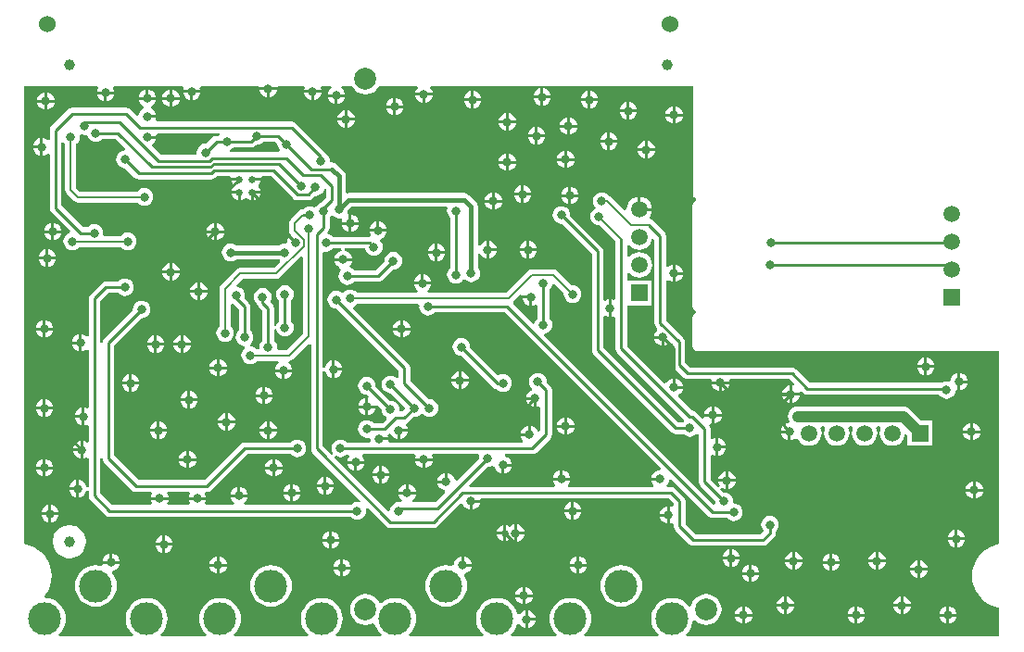
<source format=gbl>
%FSLAX25Y25*%
%MOIN*%
G70*
G01*
G75*
G04 Layer_Physical_Order=2*
G04 Layer_Color=16711680*
%ADD10R,0.03150X0.05512*%
%ADD11R,0.02559X0.00984*%
%ADD12R,0.02362X0.04528*%
%ADD13O,0.07284X0.02362*%
%ADD14R,0.07874X0.03937*%
%ADD15R,0.17716X0.17716*%
%ADD16O,0.02559X0.00984*%
%ADD17O,0.00984X0.02559*%
%ADD18R,0.03543X0.02953*%
%ADD19R,0.05315X0.03740*%
%ADD20R,0.11811X0.00039*%
%ADD21R,0.01575X0.01575*%
%ADD22R,0.06102X0.02559*%
%ADD23O,0.00984X0.02362*%
%ADD24R,0.08268X0.05512*%
%ADD25O,0.01772X0.05118*%
%ADD26R,0.00984X0.01969*%
%ADD27R,0.05118X0.03937*%
%ADD28R,0.03937X0.03543*%
%ADD29R,0.03937X0.01378*%
%ADD30R,0.02953X0.09449*%
%ADD31O,0.02362X0.08071*%
%ADD32R,0.08071X0.03150*%
%ADD33R,0.03543X0.03150*%
%ADD34R,0.01969X0.02362*%
%ADD35R,0.03150X0.03543*%
%ADD36R,0.02362X0.01969*%
%ADD37R,0.03937X0.05118*%
%ADD38C,0.03937*%
%ADD39C,0.01000*%
%ADD40C,0.01969*%
%ADD41C,0.01181*%
%ADD42C,0.03150*%
%ADD43C,0.05906*%
%ADD44C,0.01575*%
%ADD45C,0.03937*%
%ADD46C,0.02362*%
%ADD47C,0.00787*%
G04:AMPARAMS|DCode=48|XSize=18.11mil|YSize=66.44mil|CornerRadius=0mil|HoleSize=0mil|Usage=FLASHONLY|Rotation=34.500|XOffset=0mil|YOffset=0mil|HoleType=Round|Shape=Rectangle|*
%AMROTATEDRECTD48*
4,1,4,0.01135,-0.03251,-0.02628,0.02225,-0.01135,0.03251,0.02628,-0.02225,0.01135,-0.03251,0.0*
%
%ADD48ROTATEDRECTD48*%

%ADD49R,0.01811X0.07992*%
%ADD50R,0.12598X0.05079*%
%ADD51R,0.12598X0.04764*%
%ADD52R,0.08583X0.15590*%
%ADD53R,1.00709X0.04764*%
%ADD54R,0.36142X0.03937*%
%ADD55R,0.19193X0.05079*%
%ADD56R,0.04724X0.03150*%
%ADD57R,0.03937X0.02913*%
%ADD58R,0.35500X0.02000*%
%ADD59R,0.12728X0.02500*%
%ADD60R,0.03032X0.06303*%
%ADD61R,0.05906X0.05906*%
%ADD62C,0.05906*%
%ADD63R,0.05906X0.05906*%
%ADD64C,0.11811*%
%ADD65C,0.06000*%
%ADD66C,0.02598*%
%ADD67C,0.03150*%
%ADD68C,0.07874*%
G36*
X470288Y351524D02*
X470426Y350832D01*
X470817Y350246D01*
X471257Y349953D01*
Y349165D01*
X470817Y348872D01*
X470779Y348815D01*
X470723Y348777D01*
X470331Y348191D01*
X470194Y347500D01*
Y311000D01*
X470331Y310309D01*
X470723Y309723D01*
X471215Y309394D01*
Y308606D01*
X470723Y308277D01*
X470331Y307691D01*
X470194Y307000D01*
Y296799D01*
X470331Y296108D01*
X470723Y295522D01*
X471309Y295130D01*
X472000Y294993D01*
X580524D01*
Y225630D01*
X580508Y225629D01*
X578731Y225202D01*
X577042Y224502D01*
X575483Y223547D01*
X574093Y222360D01*
X572906Y220970D01*
X571950Y219411D01*
X571251Y217722D01*
X570824Y215945D01*
X570681Y214122D01*
X570824Y212300D01*
X571251Y210522D01*
X571950Y208833D01*
X572906Y207274D01*
X574093Y205884D01*
X575483Y204697D01*
X577042Y203742D01*
X578731Y203042D01*
X580508Y202615D01*
X580524Y202614D01*
X580524Y202614D01*
X580524Y202614D01*
D01*
Y192306D01*
X467990D01*
X467725Y193048D01*
X468122Y193374D01*
X469057Y194513D01*
X469751Y195812D01*
X470179Y197223D01*
X470249Y197934D01*
X471006Y198150D01*
X471069Y198069D01*
X472220Y197185D01*
X473561Y196630D01*
X475000Y196441D01*
X476439Y196630D01*
X477780Y197185D01*
X478931Y198069D01*
X479815Y199220D01*
X480370Y200561D01*
X480559Y202000D01*
X480370Y203439D01*
X479815Y204780D01*
X478931Y205931D01*
X477780Y206815D01*
X476439Y207370D01*
X475000Y207559D01*
X473561Y207370D01*
X472220Y206815D01*
X471069Y205931D01*
X470185Y204780D01*
X469630Y203439D01*
X469615Y203324D01*
X468858Y203108D01*
X468122Y204004D01*
X466983Y204939D01*
X465684Y205633D01*
X464274Y206061D01*
X462807Y206206D01*
X461341Y206061D01*
X459931Y205633D01*
X458631Y204939D01*
X457492Y204004D01*
X456557Y202865D01*
X455863Y201565D01*
X455435Y200155D01*
X455291Y198689D01*
X455435Y197223D01*
X455863Y195812D01*
X456557Y194513D01*
X457492Y193374D01*
X457890Y193048D01*
X457624Y192306D01*
X431376D01*
X431110Y193048D01*
X431508Y193374D01*
X432443Y194513D01*
X433137Y195812D01*
X433565Y197223D01*
X433709Y198689D01*
X433565Y200155D01*
X433137Y201565D01*
X432443Y202865D01*
X431508Y204004D01*
X430369Y204939D01*
X429069Y205633D01*
X427659Y206061D01*
X426193Y206206D01*
X424726Y206061D01*
X423316Y205633D01*
X422017Y204939D01*
X420878Y204004D01*
X419943Y202865D01*
X419249Y201565D01*
X418821Y200155D01*
X418676Y198689D01*
X418821Y197223D01*
X419249Y195812D01*
X419943Y194513D01*
X420878Y193374D01*
X421276Y193048D01*
X421010Y192306D01*
X404990D01*
X404725Y193048D01*
X405122Y193374D01*
X406057Y194513D01*
X406751Y195812D01*
X406989Y196597D01*
X407438Y196783D01*
X407797Y196848D01*
X408254Y196254D01*
X408912Y195749D01*
X409678Y195431D01*
X410000Y195389D01*
Y198500D01*
Y201611D01*
X409678Y201569D01*
X408912Y201251D01*
X408254Y200746D01*
X407880Y200259D01*
X407105Y200400D01*
X406751Y201565D01*
X406057Y202865D01*
X405122Y204004D01*
X403983Y204939D01*
X402683Y205633D01*
X401273Y206061D01*
X399807Y206206D01*
X398341Y206061D01*
X396931Y205633D01*
X395631Y204939D01*
X394492Y204004D01*
X393557Y202865D01*
X392863Y201565D01*
X392435Y200155D01*
X392291Y198689D01*
X392435Y197223D01*
X392863Y195812D01*
X393557Y194513D01*
X394492Y193374D01*
X394890Y193048D01*
X394624Y192306D01*
X368376D01*
X368110Y193048D01*
X368508Y193374D01*
X369443Y194513D01*
X370137Y195812D01*
X370565Y197223D01*
X370709Y198689D01*
X370565Y200155D01*
X370137Y201565D01*
X369443Y202865D01*
X368508Y204004D01*
X367369Y204939D01*
X366069Y205633D01*
X364659Y206061D01*
X363193Y206206D01*
X361726Y206061D01*
X360316Y205633D01*
X359017Y204939D01*
X358208Y204275D01*
X357444Y204466D01*
X357315Y204780D01*
X356431Y205931D01*
X355280Y206815D01*
X353939Y207370D01*
X352500Y207559D01*
X351061Y207370D01*
X349720Y206815D01*
X348569Y205931D01*
X347685Y204780D01*
X347130Y203439D01*
X346941Y202000D01*
X347130Y200561D01*
X347685Y199220D01*
X348569Y198069D01*
X349720Y197185D01*
X351061Y196630D01*
X352500Y196441D01*
X353939Y196630D01*
X355229Y197164D01*
X355334Y197115D01*
X356193Y195995D01*
X356249Y195812D01*
X356943Y194513D01*
X357878Y193374D01*
X358276Y193048D01*
X358010Y192306D01*
X341990D01*
X341724Y193048D01*
X342122Y193374D01*
X343057Y194513D01*
X343751Y195812D01*
X344179Y197223D01*
X344324Y198689D01*
X344179Y200155D01*
X343751Y201565D01*
X343057Y202865D01*
X342122Y204004D01*
X340983Y204939D01*
X339684Y205633D01*
X338274Y206061D01*
X336807Y206206D01*
X335341Y206061D01*
X333931Y205633D01*
X332631Y204939D01*
X331492Y204004D01*
X330557Y202865D01*
X329863Y201565D01*
X329435Y200155D01*
X329291Y198689D01*
X329435Y197223D01*
X329863Y195812D01*
X330557Y194513D01*
X331492Y193374D01*
X331890Y193048D01*
X331624Y192306D01*
X305376D01*
X305110Y193048D01*
X305508Y193374D01*
X306443Y194513D01*
X307137Y195812D01*
X307565Y197223D01*
X307709Y198689D01*
X307565Y200155D01*
X307137Y201565D01*
X306443Y202865D01*
X305508Y204004D01*
X304369Y204939D01*
X303069Y205633D01*
X301659Y206061D01*
X300193Y206206D01*
X298727Y206061D01*
X297317Y205633D01*
X296017Y204939D01*
X294878Y204004D01*
X293943Y202865D01*
X293249Y201565D01*
X292821Y200155D01*
X292676Y198689D01*
X292821Y197223D01*
X293249Y195812D01*
X293943Y194513D01*
X294878Y193374D01*
X295275Y193048D01*
X295010Y192306D01*
X278990D01*
X278725Y193048D01*
X279122Y193374D01*
X280057Y194513D01*
X280751Y195812D01*
X281179Y197223D01*
X281324Y198689D01*
X281179Y200155D01*
X280751Y201565D01*
X280057Y202865D01*
X279122Y204004D01*
X277983Y204939D01*
X276683Y205633D01*
X275273Y206061D01*
X273807Y206206D01*
X272341Y206061D01*
X270931Y205633D01*
X269631Y204939D01*
X268492Y204004D01*
X267557Y202865D01*
X266863Y201565D01*
X266435Y200155D01*
X266291Y198689D01*
X266435Y197223D01*
X266863Y195812D01*
X267557Y194513D01*
X268492Y193374D01*
X268890Y193048D01*
X268624Y192306D01*
X242376D01*
X242110Y193048D01*
X242508Y193374D01*
X243443Y194513D01*
X244137Y195812D01*
X244565Y197223D01*
X244709Y198689D01*
X244565Y200155D01*
X244137Y201565D01*
X243443Y202865D01*
X242508Y204004D01*
X241369Y204939D01*
X240069Y205633D01*
X238659Y206061D01*
X237412Y206184D01*
X237118Y206914D01*
X237425Y207274D01*
X238380Y208833D01*
X239080Y210522D01*
X239507Y212300D01*
X239650Y214122D01*
X239507Y215945D01*
X239080Y217722D01*
X238380Y219411D01*
X237425Y220970D01*
X236238Y222360D01*
X234848Y223547D01*
X233289Y224502D01*
X231600Y225202D01*
X229822Y225629D01*
X229806Y225630D01*
Y390500D01*
X256058D01*
X256406Y389794D01*
X256249Y389588D01*
X255931Y388822D01*
X255889Y388500D01*
X262111D01*
X262069Y388822D01*
X261751Y389588D01*
X261594Y389794D01*
X261942Y390500D01*
X286711D01*
X287148Y389845D01*
X286931Y389322D01*
X286889Y389000D01*
X293111D01*
X293069Y389322D01*
X292852Y389845D01*
X293289Y390500D01*
X313858D01*
X314296Y390000D01*
X320704D01*
X321142Y390500D01*
X330211D01*
X330648Y389845D01*
X330432Y389322D01*
X330389Y389000D01*
X336611D01*
X336568Y389322D01*
X336352Y389845D01*
X336789Y390500D01*
X340101D01*
X340412Y389751D01*
X339754Y389246D01*
X339249Y388588D01*
X338931Y387822D01*
X338889Y387500D01*
X345111D01*
X345069Y387822D01*
X344751Y388588D01*
X344246Y389246D01*
X343588Y389751D01*
X343899Y390500D01*
X347570D01*
X347685Y390220D01*
X348569Y389069D01*
X349720Y388185D01*
X351061Y387630D01*
X352500Y387441D01*
X353939Y387630D01*
X355280Y388185D01*
X356431Y389069D01*
X357315Y390220D01*
X357430Y390500D01*
X371011D01*
X371264Y389754D01*
X371254Y389746D01*
X370749Y389088D01*
X370431Y388322D01*
X370389Y388000D01*
X376611D01*
X376569Y388322D01*
X376251Y389088D01*
X375746Y389746D01*
X375736Y389754D01*
X375989Y390500D01*
X470288D01*
Y351524D01*
D02*
G37*
%LPC*%
G36*
X319000Y252500D02*
X316389D01*
X316431Y252178D01*
X316749Y251412D01*
X317254Y250754D01*
X317912Y250249D01*
X318678Y249932D01*
X319000Y249889D01*
Y252500D01*
D02*
G37*
G36*
X240111D02*
X237500D01*
Y249889D01*
X237822Y249932D01*
X238588Y250249D01*
X239246Y250754D01*
X239751Y251412D01*
X240069Y252178D01*
X240111Y252500D01*
D02*
G37*
G36*
X322611D02*
X320000D01*
Y249889D01*
X320322Y249932D01*
X321088Y250249D01*
X321746Y250754D01*
X322251Y251412D01*
X322568Y252178D01*
X322611Y252500D01*
D02*
G37*
G36*
X291611Y255500D02*
X289000D01*
Y252889D01*
X289322Y252931D01*
X290088Y253249D01*
X290746Y253754D01*
X291251Y254412D01*
X291568Y255178D01*
X291611Y255500D01*
D02*
G37*
G36*
X288000D02*
X285389D01*
X285432Y255178D01*
X285749Y254412D01*
X286254Y253754D01*
X286912Y253249D01*
X287678Y252931D01*
X288000Y252889D01*
Y255500D01*
D02*
G37*
G36*
X236500Y252500D02*
X233889D01*
X233931Y252178D01*
X234249Y251412D01*
X234754Y250754D01*
X235412Y250249D01*
X236178Y249932D01*
X236500Y249889D01*
Y252500D01*
D02*
G37*
G36*
X337500Y249611D02*
X337178Y249569D01*
X336412Y249251D01*
X335754Y248746D01*
X335249Y248088D01*
X334931Y247322D01*
X334889Y247000D01*
X337500D01*
Y249611D01*
D02*
G37*
G36*
X248500Y248611D02*
X248178Y248569D01*
X247412Y248251D01*
X246754Y247746D01*
X246249Y247088D01*
X245932Y246322D01*
X245889Y246000D01*
X248500D01*
Y248611D01*
D02*
G37*
G36*
X338500Y249611D02*
Y247000D01*
X341111D01*
X341069Y247322D01*
X340751Y248088D01*
X340246Y248746D01*
X339588Y249251D01*
X338822Y249569D01*
X338500Y249611D01*
D02*
G37*
G36*
X483000Y251611D02*
Y249000D01*
X485611D01*
X485569Y249322D01*
X485251Y250088D01*
X484746Y250746D01*
X484088Y251251D01*
X483322Y251569D01*
X483000Y251611D01*
D02*
G37*
G36*
X482000D02*
X481678Y251569D01*
X480912Y251251D01*
X480254Y250746D01*
X479749Y250088D01*
X479431Y249322D01*
X479389Y249000D01*
X482000D01*
Y251611D01*
D02*
G37*
G36*
X482111Y260000D02*
X479500D01*
Y257389D01*
X479822Y257432D01*
X480588Y257749D01*
X481246Y258254D01*
X481751Y258912D01*
X482068Y259678D01*
X482111Y260000D01*
D02*
G37*
G36*
X289000Y259111D02*
Y256500D01*
X291611D01*
X291568Y256822D01*
X291251Y257588D01*
X290746Y258246D01*
X290088Y258751D01*
X289322Y259068D01*
X289000Y259111D01*
D02*
G37*
G36*
X250000Y262611D02*
X249678Y262568D01*
X248912Y262251D01*
X248254Y261746D01*
X247749Y261088D01*
X247431Y260322D01*
X247389Y260000D01*
X250000D01*
Y262611D01*
D02*
G37*
G36*
X479500Y263611D02*
Y261000D01*
X482111D01*
X482068Y261322D01*
X481751Y262088D01*
X481246Y262746D01*
X480588Y263251D01*
X479822Y263568D01*
X479500Y263611D01*
D02*
G37*
G36*
X546000Y275074D02*
X508000D01*
X507075Y274952D01*
X506213Y274595D01*
X505473Y274027D01*
X504905Y273287D01*
X504548Y272425D01*
X504426Y271500D01*
X504548Y270575D01*
X504873Y269790D01*
X504479Y269108D01*
X504178Y269069D01*
X503412Y268751D01*
X502754Y268246D01*
X502249Y267588D01*
X501931Y266822D01*
X501889Y266500D01*
X505000D01*
Y266000D01*
X505500D01*
Y262889D01*
X505822Y262931D01*
X506588Y263249D01*
X507171Y263696D01*
X507931Y263492D01*
X508045Y263217D01*
X508771Y262271D01*
X509717Y261545D01*
X510818Y261089D01*
X512000Y260933D01*
X513182Y261089D01*
X514283Y261545D01*
X515229Y262271D01*
X515955Y263217D01*
X516411Y264318D01*
X516567Y265500D01*
X516411Y266682D01*
X516167Y267271D01*
X516604Y267926D01*
X517396D01*
X517833Y267271D01*
X517589Y266682D01*
X517433Y265500D01*
X517589Y264318D01*
X518045Y263217D01*
X518771Y262271D01*
X519717Y261545D01*
X520818Y261089D01*
X522000Y260933D01*
X523182Y261089D01*
X524283Y261545D01*
X525229Y262271D01*
X525955Y263217D01*
X526411Y264318D01*
X526567Y265500D01*
X526411Y266682D01*
X526167Y267271D01*
X526604Y267926D01*
X527396D01*
X527833Y267271D01*
X527589Y266682D01*
X527433Y265500D01*
X527589Y264318D01*
X528045Y263217D01*
X528771Y262271D01*
X529717Y261545D01*
X530818Y261089D01*
X532000Y260933D01*
X533182Y261089D01*
X534283Y261545D01*
X535229Y262271D01*
X535955Y263217D01*
X536411Y264318D01*
X536567Y265500D01*
X536411Y266682D01*
X536167Y267271D01*
X536604Y267926D01*
X537396D01*
X537833Y267271D01*
X537589Y266682D01*
X537433Y265500D01*
X537589Y264318D01*
X538045Y263217D01*
X538771Y262271D01*
X539717Y261545D01*
X540818Y261089D01*
X542000Y260933D01*
X543182Y261089D01*
X544283Y261545D01*
X545229Y262271D01*
X545955Y263217D01*
X546411Y264318D01*
X546494Y264952D01*
X546832Y265067D01*
X547472Y264609D01*
Y260972D01*
X556528D01*
Y270028D01*
X552527D01*
X548527Y274027D01*
X547787Y274595D01*
X547430Y274743D01*
X546925Y274952D01*
X546000Y275074D01*
D02*
G37*
G36*
X288000Y259111D02*
X287678Y259068D01*
X286912Y258751D01*
X286254Y258246D01*
X285749Y257588D01*
X285432Y256822D01*
X285389Y256500D01*
X288000D01*
Y259111D01*
D02*
G37*
G36*
X237500Y256111D02*
Y253500D01*
X240111D01*
X240069Y253822D01*
X239751Y254588D01*
X239246Y255246D01*
X238588Y255751D01*
X237822Y256068D01*
X237500Y256111D01*
D02*
G37*
G36*
X236500D02*
X236178Y256068D01*
X235412Y255751D01*
X234754Y255246D01*
X234249Y254588D01*
X233931Y253822D01*
X233889Y253500D01*
X236500D01*
Y256111D01*
D02*
G37*
G36*
X319000D02*
X318678Y256068D01*
X317912Y255751D01*
X317254Y255246D01*
X316749Y254588D01*
X316431Y253822D01*
X316389Y253500D01*
X319000D01*
Y256111D01*
D02*
G37*
G36*
X250000Y259000D02*
X247389D01*
X247431Y258678D01*
X247749Y257912D01*
X248254Y257254D01*
X248912Y256749D01*
X249678Y256432D01*
X250000Y256389D01*
Y259000D01*
D02*
G37*
G36*
X320000Y256111D02*
Y253500D01*
X322611D01*
X322568Y253822D01*
X322251Y254588D01*
X321746Y255246D01*
X321088Y255751D01*
X320322Y256068D01*
X320000Y256111D01*
D02*
G37*
G36*
X427500Y240611D02*
Y238000D01*
X430111D01*
X430068Y238322D01*
X429751Y239088D01*
X429246Y239746D01*
X428588Y240251D01*
X427822Y240568D01*
X427500Y240611D01*
D02*
G37*
G36*
X426500D02*
X426178Y240568D01*
X425412Y240251D01*
X424754Y239746D01*
X424249Y239088D01*
X423932Y238322D01*
X423889Y238000D01*
X426500D01*
Y240611D01*
D02*
G37*
G36*
X325500Y243500D02*
X322889D01*
X322932Y243178D01*
X323249Y242412D01*
X323754Y241754D01*
X324412Y241249D01*
X325178Y240932D01*
X325500Y240889D01*
Y243500D01*
D02*
G37*
G36*
X571000Y244500D02*
X568389D01*
X568432Y244178D01*
X568749Y243412D01*
X569254Y242754D01*
X569912Y242249D01*
X570678Y241932D01*
X571000Y241889D01*
Y244500D01*
D02*
G37*
G36*
X329111Y243500D02*
X326500D01*
Y240889D01*
X326822Y240932D01*
X327588Y241249D01*
X328246Y241754D01*
X328751Y242412D01*
X329068Y243178D01*
X329111Y243500D01*
D02*
G37*
G36*
X393611Y240500D02*
X391000D01*
Y237889D01*
X391322Y237931D01*
X392088Y238249D01*
X392746Y238754D01*
X393251Y239412D01*
X393568Y240178D01*
X393611Y240500D01*
D02*
G37*
G36*
X430111Y237000D02*
X427500D01*
Y234389D01*
X427822Y234432D01*
X428588Y234749D01*
X429246Y235254D01*
X429751Y235912D01*
X430068Y236678D01*
X430111Y237000D01*
D02*
G37*
G36*
X426500D02*
X423889D01*
X423932Y236678D01*
X424249Y235912D01*
X424754Y235254D01*
X425412Y234749D01*
X426178Y234432D01*
X426500Y234389D01*
Y237000D01*
D02*
G37*
G36*
X461000Y239111D02*
X460678Y239069D01*
X459912Y238751D01*
X459254Y238246D01*
X458749Y237588D01*
X458431Y236822D01*
X458389Y236500D01*
X461000D01*
Y239111D01*
D02*
G37*
G36*
X239500Y239611D02*
Y237000D01*
X242111D01*
X242069Y237322D01*
X241751Y238088D01*
X241246Y238746D01*
X240588Y239251D01*
X239822Y239568D01*
X239500Y239611D01*
D02*
G37*
G36*
X238500D02*
X238178Y239568D01*
X237412Y239251D01*
X236754Y238746D01*
X236249Y238088D01*
X235931Y237322D01*
X235889Y237000D01*
X238500D01*
Y239611D01*
D02*
G37*
G36*
X326500Y247111D02*
Y244500D01*
X329111D01*
X329068Y244822D01*
X328751Y245588D01*
X328246Y246246D01*
X327588Y246751D01*
X326822Y247069D01*
X326500Y247111D01*
D02*
G37*
G36*
X325500D02*
X325178Y247069D01*
X324412Y246751D01*
X323754Y246246D01*
X323249Y245588D01*
X322932Y244822D01*
X322889Y244500D01*
X325500D01*
Y247111D01*
D02*
G37*
G36*
X485611Y248000D02*
X483000D01*
Y245389D01*
X483322Y245431D01*
X484088Y245749D01*
X484746Y246254D01*
X485251Y246912D01*
X485569Y247678D01*
X485611Y248000D01*
D02*
G37*
G36*
X572000Y248111D02*
Y245500D01*
X574611D01*
X574569Y245822D01*
X574251Y246588D01*
X573746Y247246D01*
X573088Y247751D01*
X572322Y248068D01*
X572000Y248111D01*
D02*
G37*
G36*
X571000D02*
X570678Y248068D01*
X569912Y247751D01*
X569254Y247246D01*
X568749Y246588D01*
X568432Y245822D01*
X568389Y245500D01*
X571000D01*
Y248111D01*
D02*
G37*
G36*
X307500Y246111D02*
Y243500D01*
X310111D01*
X310068Y243822D01*
X309751Y244588D01*
X309246Y245246D01*
X308588Y245751D01*
X307822Y246069D01*
X307500Y246111D01*
D02*
G37*
G36*
X248500Y245000D02*
X245889D01*
X245932Y244678D01*
X246249Y243912D01*
X246754Y243254D01*
X247412Y242749D01*
X248178Y242431D01*
X248500Y242389D01*
Y245000D01*
D02*
G37*
G36*
X574611Y244500D02*
X572000D01*
Y241889D01*
X572322Y241932D01*
X573088Y242249D01*
X573746Y242754D01*
X574251Y243412D01*
X574569Y244178D01*
X574611Y244500D01*
D02*
G37*
G36*
X337500Y246000D02*
X334889D01*
X334931Y245678D01*
X335249Y244912D01*
X335754Y244254D01*
X336412Y243749D01*
X337178Y243431D01*
X337500Y243389D01*
Y246000D01*
D02*
G37*
G36*
X306500Y246111D02*
X306178Y246069D01*
X305412Y245751D01*
X304754Y245246D01*
X304249Y244588D01*
X303931Y243822D01*
X303889Y243500D01*
X306500D01*
Y246111D01*
D02*
G37*
G36*
X341111Y246000D02*
X338500D01*
Y243389D01*
X338822Y243431D01*
X339588Y243749D01*
X340246Y244254D01*
X340751Y244912D01*
X341069Y245678D01*
X341111Y246000D01*
D02*
G37*
G36*
X504500Y265500D02*
X501889D01*
X501931Y265178D01*
X502249Y264412D01*
X502754Y263754D01*
X503412Y263249D01*
X504178Y262931D01*
X504500Y262889D01*
Y265500D01*
D02*
G37*
G36*
X352500Y278111D02*
X352178Y278068D01*
X351412Y277751D01*
X350754Y277246D01*
X350249Y276588D01*
X349932Y275822D01*
X349889Y275500D01*
X352500D01*
Y278111D01*
D02*
G37*
G36*
X237500Y277611D02*
Y275000D01*
X240111D01*
X240069Y275322D01*
X239751Y276088D01*
X239246Y276746D01*
X238588Y277251D01*
X237822Y277569D01*
X237500Y277611D01*
D02*
G37*
G36*
X315500Y278500D02*
X312889D01*
X312931Y278178D01*
X313249Y277412D01*
X313754Y276754D01*
X314412Y276249D01*
X315178Y275932D01*
X315500Y275889D01*
Y278500D01*
D02*
G37*
G36*
X505000Y279000D02*
X502389D01*
X502431Y278678D01*
X502749Y277912D01*
X503254Y277254D01*
X503912Y276749D01*
X504678Y276431D01*
X505000Y276389D01*
Y279000D01*
D02*
G37*
G36*
X319111Y278500D02*
X316500D01*
Y275889D01*
X316822Y275932D01*
X317588Y276249D01*
X318246Y276754D01*
X318751Y277412D01*
X319069Y278178D01*
X319111Y278500D01*
D02*
G37*
G36*
X236500Y277611D02*
X236178Y277569D01*
X235412Y277251D01*
X234754Y276746D01*
X234249Y276088D01*
X233931Y275322D01*
X233889Y275000D01*
X236500D01*
Y277611D01*
D02*
G37*
G36*
X477000Y275111D02*
X476678Y275068D01*
X475912Y274751D01*
X475254Y274246D01*
X474749Y273588D01*
X474432Y272822D01*
X474389Y272500D01*
X477000D01*
Y275111D01*
D02*
G37*
G36*
X250500Y274611D02*
X250178Y274569D01*
X249412Y274251D01*
X248754Y273746D01*
X248249Y273088D01*
X247932Y272322D01*
X247889Y272000D01*
X250500D01*
Y274611D01*
D02*
G37*
G36*
X478000Y275111D02*
Y272500D01*
X480611D01*
X480569Y272822D01*
X480251Y273588D01*
X479746Y274246D01*
X479088Y274751D01*
X478322Y275068D01*
X478000Y275111D01*
D02*
G37*
G36*
X292111Y277000D02*
X289500D01*
Y274389D01*
X289822Y274431D01*
X290588Y274749D01*
X291246Y275254D01*
X291751Y275912D01*
X292069Y276678D01*
X292111Y277000D01*
D02*
G37*
G36*
X288500D02*
X285889D01*
X285931Y276678D01*
X286249Y275912D01*
X286754Y275254D01*
X287412Y274749D01*
X288178Y274431D01*
X288500Y274389D01*
Y277000D01*
D02*
G37*
G36*
X271111Y283000D02*
X268500D01*
Y280389D01*
X268822Y280432D01*
X269588Y280749D01*
X270246Y281254D01*
X270751Y281912D01*
X271069Y282678D01*
X271111Y283000D01*
D02*
G37*
G36*
X267500D02*
X264889D01*
X264932Y282678D01*
X265249Y281912D01*
X265754Y281254D01*
X266412Y280749D01*
X267178Y280432D01*
X267500Y280389D01*
Y283000D01*
D02*
G37*
G36*
X479669Y283169D02*
X477058D01*
X477101Y282847D01*
X477418Y282081D01*
X477923Y281423D01*
X478581Y280918D01*
X479347Y280601D01*
X479669Y280558D01*
Y283169D01*
D02*
G37*
G36*
X569111Y283500D02*
X566500D01*
Y280889D01*
X566822Y280931D01*
X567588Y281249D01*
X568246Y281754D01*
X568751Y282412D01*
X569068Y283178D01*
X569111Y283500D01*
D02*
G37*
G36*
X483280Y283169D02*
X480669D01*
Y280558D01*
X480992Y280601D01*
X481758Y280918D01*
X482416Y281423D01*
X482921Y282081D01*
X483238Y282847D01*
X483280Y283169D01*
D02*
G37*
G36*
X505000Y282611D02*
X504678Y282569D01*
X503912Y282251D01*
X503254Y281746D01*
X502749Y281088D01*
X502431Y280322D01*
X502389Y280000D01*
X505000D01*
Y282611D01*
D02*
G37*
G36*
X288500Y280611D02*
X288178Y280569D01*
X287412Y280251D01*
X286754Y279746D01*
X286249Y279088D01*
X285931Y278322D01*
X285889Y278000D01*
X288500D01*
Y280611D01*
D02*
G37*
G36*
X508611Y279000D02*
X506000D01*
Y276389D01*
X506322Y276431D01*
X507088Y276749D01*
X507746Y277254D01*
X508251Y277912D01*
X508568Y278678D01*
X508611Y279000D01*
D02*
G37*
G36*
X289500Y280611D02*
Y278000D01*
X292111D01*
X292069Y278322D01*
X291751Y279088D01*
X291246Y279746D01*
X290588Y280251D01*
X289822Y280569D01*
X289500Y280611D01*
D02*
G37*
G36*
X316500Y282111D02*
Y279500D01*
X319111D01*
X319069Y279822D01*
X318751Y280588D01*
X318246Y281246D01*
X317588Y281751D01*
X316822Y282068D01*
X316500Y282111D01*
D02*
G37*
G36*
X315500D02*
X315178Y282068D01*
X314412Y281751D01*
X313754Y281246D01*
X313249Y280588D01*
X312931Y279822D01*
X312889Y279500D01*
X315500D01*
Y282111D01*
D02*
G37*
G36*
X305611Y269000D02*
X303000D01*
Y266389D01*
X303322Y266431D01*
X304088Y266749D01*
X304746Y267254D01*
X305251Y267912D01*
X305569Y268678D01*
X305611Y269000D01*
D02*
G37*
G36*
X302000D02*
X299389D01*
X299431Y268678D01*
X299749Y267912D01*
X300254Y267254D01*
X300912Y266749D01*
X301678Y266431D01*
X302000Y266389D01*
Y269000D01*
D02*
G37*
G36*
X570000Y269111D02*
X569678Y269069D01*
X568912Y268751D01*
X568254Y268246D01*
X567749Y267588D01*
X567431Y266822D01*
X567389Y266500D01*
X570000D01*
Y269111D01*
D02*
G37*
G36*
X277500Y269611D02*
X277178Y269568D01*
X276412Y269251D01*
X275754Y268746D01*
X275249Y268088D01*
X274932Y267322D01*
X274889Y267000D01*
X277500D01*
Y269611D01*
D02*
G37*
G36*
X571000Y269111D02*
Y266500D01*
X573611D01*
X573568Y266822D01*
X573251Y267588D01*
X572746Y268246D01*
X572088Y268751D01*
X571322Y269069D01*
X571000Y269111D01*
D02*
G37*
G36*
X320611Y266000D02*
X318000D01*
Y263389D01*
X318322Y263432D01*
X319088Y263749D01*
X319746Y264254D01*
X320251Y264912D01*
X320568Y265678D01*
X320611Y266000D01*
D02*
G37*
G36*
X573611Y265500D02*
X571000D01*
Y262889D01*
X571322Y262931D01*
X572088Y263249D01*
X572746Y263754D01*
X573251Y264412D01*
X573568Y265178D01*
X573611Y265500D01*
D02*
G37*
G36*
X570000D02*
X567389D01*
X567431Y265178D01*
X567749Y264412D01*
X568254Y263754D01*
X568912Y263249D01*
X569678Y262931D01*
X570000Y262889D01*
Y265500D01*
D02*
G37*
G36*
X277500Y266000D02*
X274889D01*
X274932Y265678D01*
X275249Y264912D01*
X275754Y264254D01*
X276412Y263749D01*
X277178Y263432D01*
X277500Y263389D01*
Y266000D01*
D02*
G37*
G36*
X317000D02*
X314389D01*
X314432Y265678D01*
X314749Y264912D01*
X315254Y264254D01*
X315912Y263749D01*
X316678Y263432D01*
X317000Y263389D01*
Y266000D01*
D02*
G37*
G36*
X281111D02*
X278500D01*
Y263389D01*
X278822Y263432D01*
X279588Y263749D01*
X280246Y264254D01*
X280751Y264912D01*
X281068Y265678D01*
X281111Y266000D01*
D02*
G37*
G36*
X236500Y274000D02*
X233889D01*
X233931Y273678D01*
X234249Y272912D01*
X234754Y272254D01*
X235412Y271749D01*
X236178Y271431D01*
X236500Y271389D01*
Y274000D01*
D02*
G37*
G36*
X303000Y272611D02*
Y270000D01*
X305611D01*
X305569Y270322D01*
X305251Y271088D01*
X304746Y271746D01*
X304088Y272251D01*
X303322Y272568D01*
X303000Y272611D01*
D02*
G37*
G36*
X240111Y274000D02*
X237500D01*
Y271389D01*
X237822Y271431D01*
X238588Y271749D01*
X239246Y272254D01*
X239751Y272912D01*
X240069Y273678D01*
X240111Y274000D01*
D02*
G37*
G36*
X356111Y274500D02*
X353500D01*
Y271889D01*
X353822Y271932D01*
X354588Y272249D01*
X355246Y272754D01*
X355751Y273412D01*
X356068Y274178D01*
X356111Y274500D01*
D02*
G37*
G36*
X352500D02*
X349889D01*
X349932Y274178D01*
X350249Y273412D01*
X350754Y272754D01*
X351412Y272249D01*
X352178Y271932D01*
X352500Y271889D01*
Y274500D01*
D02*
G37*
G36*
X302000Y272611D02*
X301678Y272568D01*
X300912Y272251D01*
X300254Y271746D01*
X299749Y271088D01*
X299431Y270322D01*
X299389Y270000D01*
X302000D01*
Y272611D01*
D02*
G37*
G36*
X317000Y269611D02*
X316678Y269568D01*
X315912Y269251D01*
X315254Y268746D01*
X314749Y268088D01*
X314432Y267322D01*
X314389Y267000D01*
X317000D01*
Y269611D01*
D02*
G37*
G36*
X278500D02*
Y267000D01*
X281111D01*
X281068Y267322D01*
X280751Y268088D01*
X280246Y268746D01*
X279588Y269251D01*
X278822Y269568D01*
X278500Y269611D01*
D02*
G37*
G36*
X318000D02*
Y267000D01*
X320611D01*
X320568Y267322D01*
X320251Y268088D01*
X319746Y268746D01*
X319088Y269251D01*
X318322Y269568D01*
X318000Y269611D01*
D02*
G37*
G36*
X480611Y271500D02*
X478000D01*
Y268889D01*
X478322Y268932D01*
X479088Y269249D01*
X479746Y269754D01*
X480251Y270412D01*
X480569Y271178D01*
X480611Y271500D01*
D02*
G37*
G36*
X250500Y271000D02*
X247889D01*
X247932Y270678D01*
X248249Y269912D01*
X248754Y269254D01*
X249412Y268749D01*
X250178Y268431D01*
X250500Y268389D01*
Y271000D01*
D02*
G37*
G36*
X242111Y236000D02*
X239500D01*
Y233389D01*
X239822Y233432D01*
X240588Y233749D01*
X241246Y234254D01*
X241751Y234912D01*
X242069Y235678D01*
X242111Y236000D01*
D02*
G37*
G36*
X494111Y214500D02*
X491500D01*
Y211889D01*
X491822Y211931D01*
X492588Y212249D01*
X493246Y212754D01*
X493751Y213412D01*
X494068Y214178D01*
X494111Y214500D01*
D02*
G37*
G36*
X490500D02*
X487889D01*
X487931Y214178D01*
X488249Y213412D01*
X488754Y212754D01*
X489412Y212249D01*
X490178Y211931D01*
X490500Y211889D01*
Y214500D01*
D02*
G37*
G36*
X551000Y216000D02*
X548389D01*
X548431Y215678D01*
X548749Y214912D01*
X549254Y214254D01*
X549912Y213749D01*
X550678Y213432D01*
X551000Y213389D01*
Y216000D01*
D02*
G37*
G36*
X343500Y216500D02*
X340889D01*
X340932Y216178D01*
X341249Y215412D01*
X341754Y214754D01*
X342412Y214249D01*
X343178Y213931D01*
X343500Y213889D01*
Y216500D01*
D02*
G37*
G36*
X554611Y216000D02*
X552000D01*
Y213389D01*
X552322Y213432D01*
X553088Y213749D01*
X553746Y214254D01*
X554251Y214912D01*
X554568Y215678D01*
X554611Y216000D01*
D02*
G37*
G36*
X410000Y210111D02*
Y207500D01*
X412611D01*
X412569Y207822D01*
X412251Y208588D01*
X411746Y209246D01*
X411088Y209751D01*
X410322Y210068D01*
X410000Y210111D01*
D02*
G37*
G36*
X504000Y206611D02*
Y204000D01*
X506611D01*
X506568Y204322D01*
X506251Y205088D01*
X505746Y205746D01*
X505088Y206251D01*
X504322Y206569D01*
X504000Y206611D01*
D02*
G37*
G36*
X503000D02*
X502678Y206569D01*
X501912Y206251D01*
X501254Y205746D01*
X500749Y205088D01*
X500431Y204322D01*
X500389Y204000D01*
X503000D01*
Y206611D01*
D02*
G37*
G36*
X545000D02*
X544678Y206569D01*
X543912Y206251D01*
X543254Y205746D01*
X542749Y205088D01*
X542431Y204322D01*
X542389Y204000D01*
X545000D01*
Y206611D01*
D02*
G37*
G36*
X409000Y210111D02*
X408678Y210068D01*
X407912Y209751D01*
X407254Y209246D01*
X406749Y208588D01*
X406431Y207822D01*
X406389Y207500D01*
X409000D01*
Y210111D01*
D02*
G37*
G36*
X546000Y206611D02*
Y204000D01*
X548611D01*
X548568Y204322D01*
X548251Y205088D01*
X547746Y205746D01*
X547088Y206251D01*
X546322Y206569D01*
X546000Y206611D01*
D02*
G37*
G36*
X519500Y218500D02*
X516889D01*
X516931Y218178D01*
X517249Y217412D01*
X517754Y216754D01*
X518412Y216249D01*
X519178Y215932D01*
X519500Y215889D01*
Y218500D01*
D02*
G37*
G36*
X491500Y218111D02*
Y215500D01*
X494111D01*
X494068Y215822D01*
X493751Y216588D01*
X493246Y217246D01*
X492588Y217751D01*
X491822Y218069D01*
X491500Y218111D01*
D02*
G37*
G36*
X523111Y218500D02*
X520500D01*
Y215889D01*
X520822Y215932D01*
X521588Y216249D01*
X522246Y216754D01*
X522751Y217412D01*
X523069Y218178D01*
X523111Y218500D01*
D02*
G37*
G36*
X509611Y219000D02*
X507000D01*
Y216389D01*
X507322Y216431D01*
X508088Y216749D01*
X508746Y217254D01*
X509251Y217912D01*
X509569Y218678D01*
X509611Y219000D01*
D02*
G37*
G36*
X506000D02*
X503389D01*
X503432Y218678D01*
X503749Y217912D01*
X504254Y217254D01*
X504912Y216749D01*
X505678Y216431D01*
X506000Y216389D01*
Y219000D01*
D02*
G37*
G36*
X490500Y218111D02*
X490178Y218069D01*
X489412Y217751D01*
X488754Y217246D01*
X488249Y216588D01*
X487931Y215822D01*
X487889Y215500D01*
X490500D01*
Y218111D01*
D02*
G37*
G36*
X299000Y217500D02*
X296389D01*
X296431Y217178D01*
X296749Y216412D01*
X297254Y215754D01*
X297912Y215249D01*
X298678Y214932D01*
X299000Y214889D01*
Y217500D01*
D02*
G37*
G36*
X347111Y216500D02*
X344500D01*
Y213889D01*
X344822Y213931D01*
X345588Y214249D01*
X346246Y214754D01*
X346751Y215412D01*
X347069Y216178D01*
X347111Y216500D01*
D02*
G37*
G36*
X302611Y217500D02*
X300000D01*
Y214889D01*
X300322Y214932D01*
X301088Y215249D01*
X301746Y215754D01*
X302251Y216412D01*
X302569Y217178D01*
X302611Y217500D01*
D02*
G37*
G36*
X432111D02*
X429500D01*
Y214889D01*
X429822Y214932D01*
X430588Y215249D01*
X431246Y215754D01*
X431751Y216412D01*
X432068Y217178D01*
X432111Y217500D01*
D02*
G37*
G36*
X428500D02*
X425889D01*
X425932Y217178D01*
X426249Y216412D01*
X426754Y215754D01*
X427412Y215249D01*
X428178Y214932D01*
X428500Y214889D01*
Y217500D01*
D02*
G37*
G36*
X411000Y201611D02*
Y199000D01*
X413611D01*
X413568Y199322D01*
X413251Y200088D01*
X412746Y200746D01*
X412088Y201251D01*
X411322Y201569D01*
X411000Y201611D01*
D02*
G37*
G36*
X565111Y199500D02*
X562500D01*
Y196889D01*
X562822Y196932D01*
X563588Y197249D01*
X564246Y197754D01*
X564751Y198412D01*
X565068Y199178D01*
X565111Y199500D01*
D02*
G37*
G36*
X503000Y203000D02*
X500389D01*
X500431Y202678D01*
X500749Y201912D01*
X501254Y201254D01*
X501912Y200749D01*
X502678Y200431D01*
X503000Y200389D01*
Y203000D01*
D02*
G37*
G36*
X545000D02*
X542389D01*
X542431Y202678D01*
X542749Y201912D01*
X543254Y201254D01*
X543912Y200749D01*
X544678Y200431D01*
X545000Y200389D01*
Y203000D01*
D02*
G37*
G36*
X506611D02*
X504000D01*
Y200389D01*
X504322Y200431D01*
X505088Y200749D01*
X505746Y201254D01*
X506251Y201912D01*
X506568Y202678D01*
X506611Y203000D01*
D02*
G37*
G36*
X561500Y199500D02*
X558889D01*
X558931Y199178D01*
X559249Y198412D01*
X559754Y197754D01*
X560412Y197249D01*
X561178Y196932D01*
X561500Y196889D01*
Y199500D01*
D02*
G37*
G36*
X488000D02*
X485389D01*
X485431Y199178D01*
X485749Y198412D01*
X486254Y197754D01*
X486912Y197249D01*
X487678Y196932D01*
X488000Y196889D01*
Y199500D01*
D02*
G37*
G36*
X413611Y198000D02*
X411000D01*
Y195389D01*
X411322Y195431D01*
X412088Y195749D01*
X412746Y196254D01*
X413251Y196912D01*
X413568Y197678D01*
X413611Y198000D01*
D02*
G37*
G36*
X491611Y199500D02*
X489000D01*
Y196889D01*
X489322Y196932D01*
X490088Y197249D01*
X490746Y197754D01*
X491251Y198412D01*
X491569Y199178D01*
X491611Y199500D01*
D02*
G37*
G36*
X532111D02*
X529500D01*
Y196889D01*
X529822Y196932D01*
X530588Y197249D01*
X531246Y197754D01*
X531751Y198412D01*
X532068Y199178D01*
X532111Y199500D01*
D02*
G37*
G36*
X528500D02*
X525889D01*
X525932Y199178D01*
X526249Y198412D01*
X526754Y197754D01*
X527412Y197249D01*
X528178Y196932D01*
X528500Y196889D01*
Y199500D01*
D02*
G37*
G36*
X318500Y218017D02*
X317034Y217872D01*
X315624Y217444D01*
X314324Y216750D01*
X313185Y215815D01*
X312250Y214676D01*
X311556Y213376D01*
X311128Y211966D01*
X310983Y210500D01*
X311128Y209034D01*
X311556Y207624D01*
X312250Y206324D01*
X313185Y205185D01*
X314324Y204250D01*
X315624Y203556D01*
X317034Y203128D01*
X318500Y202983D01*
X319966Y203128D01*
X321376Y203556D01*
X322676Y204250D01*
X323815Y205185D01*
X324750Y206324D01*
X325444Y207624D01*
X325872Y209034D01*
X326016Y210500D01*
X325872Y211966D01*
X325444Y213376D01*
X324750Y214676D01*
X323815Y215815D01*
X322676Y216750D01*
X321376Y217444D01*
X319966Y217872D01*
X318500Y218017D01*
D02*
G37*
G36*
X562500Y203111D02*
Y200500D01*
X565111D01*
X565068Y200822D01*
X564751Y201588D01*
X564246Y202246D01*
X563588Y202751D01*
X562822Y203068D01*
X562500Y203111D01*
D02*
G37*
G36*
X444500Y218017D02*
X443034Y217872D01*
X441624Y217444D01*
X440324Y216750D01*
X439185Y215815D01*
X438250Y214676D01*
X437556Y213376D01*
X437128Y211966D01*
X436983Y210500D01*
X437128Y209034D01*
X437556Y207624D01*
X438250Y206324D01*
X439185Y205185D01*
X440324Y204250D01*
X441624Y203556D01*
X443034Y203128D01*
X444500Y202983D01*
X445966Y203128D01*
X447376Y203556D01*
X448676Y204250D01*
X449815Y205185D01*
X450750Y206324D01*
X451444Y207624D01*
X451872Y209034D01*
X452016Y210500D01*
X451872Y211966D01*
X451444Y213376D01*
X450750Y214676D01*
X449815Y215815D01*
X448676Y216750D01*
X447376Y217444D01*
X445966Y217872D01*
X444500Y218017D01*
D02*
G37*
G36*
X412611Y206500D02*
X410000D01*
Y203889D01*
X410322Y203931D01*
X411088Y204249D01*
X411746Y204754D01*
X412251Y205412D01*
X412569Y206178D01*
X412611Y206500D01*
D02*
G37*
G36*
X409000D02*
X406389D01*
X406431Y206178D01*
X406749Y205412D01*
X407254Y204754D01*
X407912Y204249D01*
X408678Y203931D01*
X409000Y203889D01*
Y206500D01*
D02*
G37*
G36*
X561500Y203111D02*
X561178Y203068D01*
X560412Y202751D01*
X559754Y202246D01*
X559249Y201588D01*
X558931Y200822D01*
X558889Y200500D01*
X561500D01*
Y203111D01*
D02*
G37*
G36*
X488000D02*
X487678Y203068D01*
X486912Y202751D01*
X486254Y202246D01*
X485749Y201588D01*
X485431Y200822D01*
X485389Y200500D01*
X488000D01*
Y203111D01*
D02*
G37*
G36*
X548611Y203000D02*
X546000D01*
Y200389D01*
X546322Y200431D01*
X547088Y200749D01*
X547746Y201254D01*
X548251Y201912D01*
X548568Y202678D01*
X548611Y203000D01*
D02*
G37*
G36*
X489000Y203111D02*
Y200500D01*
X491611D01*
X491569Y200822D01*
X491251Y201588D01*
X490746Y202246D01*
X490088Y202751D01*
X489322Y203068D01*
X489000Y203111D01*
D02*
G37*
G36*
X529500D02*
Y200500D01*
X532111D01*
X532068Y200822D01*
X531751Y201588D01*
X531246Y202246D01*
X530588Y202751D01*
X529822Y203068D01*
X529500Y203111D01*
D02*
G37*
G36*
X528500D02*
X528178Y203068D01*
X527412Y202751D01*
X526754Y202246D01*
X526249Y201588D01*
X525932Y200822D01*
X525889Y200500D01*
X528500D01*
Y203111D01*
D02*
G37*
G36*
X536000Y219000D02*
X533389D01*
X533431Y218678D01*
X533749Y217912D01*
X534254Y217254D01*
X534912Y216749D01*
X535678Y216431D01*
X536000Y216389D01*
Y219000D01*
D02*
G37*
G36*
X564500Y227000D02*
X561889D01*
X561932Y226678D01*
X562249Y225912D01*
X562754Y225254D01*
X563412Y224749D01*
X564178Y224431D01*
X564500Y224389D01*
Y227000D01*
D02*
G37*
G36*
X343111Y226500D02*
X340500D01*
Y223889D01*
X340822Y223932D01*
X341588Y224249D01*
X342246Y224754D01*
X342751Y225412D01*
X343069Y226178D01*
X343111Y226500D01*
D02*
G37*
G36*
X568111Y227000D02*
X565500D01*
Y224389D01*
X565822Y224431D01*
X566588Y224749D01*
X567246Y225254D01*
X567751Y225912D01*
X568069Y226678D01*
X568111Y227000D01*
D02*
G37*
G36*
X280500Y228611D02*
Y226000D01*
X283111D01*
X283068Y226322D01*
X282751Y227088D01*
X282246Y227746D01*
X281588Y228251D01*
X280822Y228569D01*
X280500Y228611D01*
D02*
G37*
G36*
X279500D02*
X279178Y228569D01*
X278412Y228251D01*
X277754Y227746D01*
X277249Y227088D01*
X276932Y226322D01*
X276889Y226000D01*
X279500D01*
Y228611D01*
D02*
G37*
G36*
X339500Y226500D02*
X336889D01*
X336931Y226178D01*
X337249Y225412D01*
X337754Y224754D01*
X338412Y224249D01*
X339178Y223932D01*
X339500Y223889D01*
Y226500D01*
D02*
G37*
G36*
X483500Y223611D02*
X483178Y223569D01*
X482412Y223251D01*
X481754Y222746D01*
X481249Y222088D01*
X480932Y221322D01*
X480889Y221000D01*
X483500D01*
Y223611D01*
D02*
G37*
G36*
X246000Y232500D02*
X244000Y232000D01*
X242000Y231000D01*
X240500Y229000D01*
X240000Y226500D01*
X240500Y224500D01*
X241500Y222500D01*
X243000Y221500D01*
X245000Y220500D01*
X246500D01*
X249500Y221500D01*
X251000Y223000D01*
X252000Y226000D01*
Y227000D01*
X251500Y229000D01*
X250500Y230500D01*
X248500Y232000D01*
X246000Y232500D01*
D02*
G37*
G36*
X484500Y223611D02*
Y221000D01*
X487111D01*
X487069Y221322D01*
X486751Y222088D01*
X486246Y222746D01*
X485588Y223251D01*
X484822Y223569D01*
X484500Y223611D01*
D02*
G37*
G36*
X283111Y225000D02*
X280500D01*
Y222389D01*
X280822Y222431D01*
X281588Y222749D01*
X282246Y223254D01*
X282751Y223912D01*
X283068Y224678D01*
X283111Y225000D01*
D02*
G37*
G36*
X279500D02*
X276889D01*
X276932Y224678D01*
X277249Y223912D01*
X277754Y223254D01*
X278412Y222749D01*
X279178Y222431D01*
X279500Y222389D01*
Y225000D01*
D02*
G37*
G36*
X407000Y232611D02*
Y230000D01*
X409611D01*
X409569Y230322D01*
X409251Y231088D01*
X408746Y231746D01*
X408088Y232251D01*
X407322Y232569D01*
X407000Y232611D01*
D02*
G37*
G36*
X402138Y232333D02*
X401888Y232300D01*
X401188Y232010D01*
X400588Y231550D01*
X400127Y230949D01*
X399838Y230250D01*
X399805Y230000D01*
X402138D01*
Y232333D01*
D02*
G37*
G36*
X406000Y232611D02*
X405678Y232569D01*
X404912Y232251D01*
X404343Y231815D01*
X404087Y232010D01*
X403388Y232300D01*
X403138Y232333D01*
Y229500D01*
Y226667D01*
X403388Y226700D01*
X404087Y226990D01*
X404343Y227186D01*
X404912Y226749D01*
X405678Y226431D01*
X406000Y226389D01*
Y229500D01*
Y232611D01*
D02*
G37*
G36*
X238500Y236000D02*
X235889D01*
X235931Y235678D01*
X236249Y234912D01*
X236754Y234254D01*
X237412Y233749D01*
X238178Y233432D01*
X238500Y233389D01*
Y236000D01*
D02*
G37*
G36*
X461000Y235500D02*
X458389D01*
X458431Y235178D01*
X458749Y234412D01*
X459254Y233754D01*
X459912Y233249D01*
X460678Y232931D01*
X461000Y232889D01*
Y235500D01*
D02*
G37*
G36*
X565500Y230611D02*
Y228000D01*
X568111D01*
X568069Y228322D01*
X567751Y229088D01*
X567246Y229746D01*
X566588Y230251D01*
X565822Y230569D01*
X565500Y230611D01*
D02*
G37*
G36*
X402138Y229000D02*
X399805D01*
X399838Y228750D01*
X400127Y228051D01*
X400588Y227450D01*
X401188Y226990D01*
X401888Y226700D01*
X402138Y226667D01*
Y229000D01*
D02*
G37*
G36*
X409611D02*
X407000D01*
Y226389D01*
X407322Y226431D01*
X408088Y226749D01*
X408746Y227254D01*
X409251Y227912D01*
X409569Y228678D01*
X409611Y229000D01*
D02*
G37*
G36*
X339500Y230111D02*
X339178Y230068D01*
X338412Y229751D01*
X337754Y229246D01*
X337249Y228588D01*
X336931Y227822D01*
X336889Y227500D01*
X339500D01*
Y230111D01*
D02*
G37*
G36*
X564500Y230611D02*
X564178Y230569D01*
X563412Y230251D01*
X562754Y229746D01*
X562249Y229088D01*
X561932Y228322D01*
X561889Y228000D01*
X564500D01*
Y230611D01*
D02*
G37*
G36*
X340500Y230111D02*
Y227500D01*
X343111D01*
X343069Y227822D01*
X342751Y228588D01*
X342246Y229246D01*
X341588Y229751D01*
X340822Y230068D01*
X340500Y230111D01*
D02*
G37*
G36*
X264111Y218500D02*
X257889D01*
X257919Y218275D01*
X257318Y217765D01*
X256966Y217872D01*
X255500Y218017D01*
X254034Y217872D01*
X252624Y217444D01*
X251324Y216750D01*
X250185Y215815D01*
X249250Y214676D01*
X248556Y213376D01*
X248128Y211966D01*
X247984Y210500D01*
X248128Y209034D01*
X248556Y207624D01*
X249250Y206324D01*
X250185Y205185D01*
X251324Y204250D01*
X252624Y203556D01*
X254034Y203128D01*
X255500Y202983D01*
X256966Y203128D01*
X258376Y203556D01*
X259676Y204250D01*
X260815Y205185D01*
X261750Y206324D01*
X262444Y207624D01*
X262872Y209034D01*
X263017Y210500D01*
X262872Y211966D01*
X262444Y213376D01*
X261750Y214676D01*
X261341Y215174D01*
X261630Y215906D01*
X261822Y215932D01*
X262588Y216249D01*
X263246Y216754D01*
X263751Y217412D01*
X264069Y218178D01*
X264111Y218500D01*
D02*
G37*
G36*
X344500Y220111D02*
Y217500D01*
X347111D01*
X347069Y217822D01*
X346751Y218588D01*
X346246Y219246D01*
X345588Y219751D01*
X344822Y220069D01*
X344500Y220111D01*
D02*
G37*
G36*
X387000Y221111D02*
X386678Y221069D01*
X385912Y220751D01*
X385254Y220246D01*
X384749Y219588D01*
X384432Y218822D01*
X384334Y218085D01*
X384172Y217980D01*
X383083Y217837D01*
X382966Y217872D01*
X381500Y218017D01*
X380034Y217872D01*
X378624Y217444D01*
X377324Y216750D01*
X376185Y215815D01*
X375250Y214676D01*
X374556Y213376D01*
X374128Y211966D01*
X373984Y210500D01*
X374128Y209034D01*
X374556Y207624D01*
X375250Y206324D01*
X376185Y205185D01*
X377324Y204250D01*
X378624Y203556D01*
X380034Y203128D01*
X381500Y202983D01*
X382966Y203128D01*
X384376Y203556D01*
X385676Y204250D01*
X386815Y205185D01*
X387750Y206324D01*
X388444Y207624D01*
X388872Y209034D01*
X389017Y210500D01*
X388872Y211966D01*
X388444Y213376D01*
X388022Y214166D01*
X388277Y214911D01*
X388322Y214932D01*
X388322D01*
X388322Y214932D01*
X389088Y215249D01*
X389746Y215754D01*
X390251Y216412D01*
X390568Y217178D01*
X390611Y217500D01*
X387500D01*
Y218000D01*
X387000D01*
Y221111D01*
D02*
G37*
G36*
X300000D02*
Y218500D01*
X302611D01*
X302569Y218822D01*
X302251Y219588D01*
X301746Y220246D01*
X301088Y220751D01*
X300322Y221069D01*
X300000Y221111D01*
D02*
G37*
G36*
X299000D02*
X298678Y221069D01*
X297912Y220751D01*
X297254Y220246D01*
X296749Y219588D01*
X296431Y218822D01*
X296389Y218500D01*
X299000D01*
Y221111D01*
D02*
G37*
G36*
X343500Y220111D02*
X343178Y220069D01*
X342412Y219751D01*
X341754Y219246D01*
X341249Y218588D01*
X340932Y217822D01*
X340889Y217500D01*
X343500D01*
Y220111D01*
D02*
G37*
G36*
X551000Y219611D02*
X550678Y219568D01*
X549912Y219251D01*
X549254Y218746D01*
X548749Y218088D01*
X548431Y217322D01*
X548389Y217000D01*
X551000D01*
Y219611D01*
D02*
G37*
G36*
X539611Y219000D02*
X537000D01*
Y216389D01*
X537322Y216431D01*
X538088Y216749D01*
X538746Y217254D01*
X539251Y217912D01*
X539569Y218678D01*
X539611Y219000D01*
D02*
G37*
G36*
X552000Y219611D02*
Y217000D01*
X554611D01*
X554568Y217322D01*
X554251Y218088D01*
X553746Y218746D01*
X553088Y219251D01*
X552322Y219568D01*
X552000Y219611D01*
D02*
G37*
G36*
X487111Y220000D02*
X484500D01*
Y217389D01*
X484822Y217431D01*
X485588Y217749D01*
X486246Y218254D01*
X486751Y218912D01*
X487069Y219678D01*
X487111Y220000D01*
D02*
G37*
G36*
X483500D02*
X480889D01*
X480932Y219678D01*
X481249Y218912D01*
X481754Y218254D01*
X482412Y217749D01*
X483178Y217431D01*
X483500Y217389D01*
Y220000D01*
D02*
G37*
G36*
X506000Y222611D02*
X505678Y222568D01*
X504912Y222251D01*
X504254Y221746D01*
X503749Y221088D01*
X503432Y220322D01*
X503389Y220000D01*
X506000D01*
Y222611D01*
D02*
G37*
G36*
X520500Y222111D02*
Y219500D01*
X523111D01*
X523069Y219822D01*
X522751Y220588D01*
X522246Y221246D01*
X521588Y221751D01*
X520822Y222069D01*
X520500Y222111D01*
D02*
G37*
G36*
X507000Y222611D02*
Y220000D01*
X509611D01*
X509569Y220322D01*
X509251Y221088D01*
X508746Y221746D01*
X508088Y222251D01*
X507322Y222568D01*
X507000Y222611D01*
D02*
G37*
G36*
X537000D02*
Y220000D01*
X539611D01*
X539569Y220322D01*
X539251Y221088D01*
X538746Y221746D01*
X538088Y222251D01*
X537322Y222568D01*
X537000Y222611D01*
D02*
G37*
G36*
X536000D02*
X535678Y222568D01*
X534912Y222251D01*
X534254Y221746D01*
X533749Y221088D01*
X533431Y220322D01*
X533389Y220000D01*
X536000D01*
Y222611D01*
D02*
G37*
G36*
X519500Y222111D02*
X519178Y222069D01*
X518412Y221751D01*
X517754Y221246D01*
X517249Y220588D01*
X516931Y219822D01*
X516889Y219500D01*
X519500D01*
Y222111D01*
D02*
G37*
G36*
X428500Y221111D02*
X428178Y221069D01*
X427412Y220751D01*
X426754Y220246D01*
X426249Y219588D01*
X425932Y218822D01*
X425889Y218500D01*
X428500D01*
Y221111D01*
D02*
G37*
G36*
X388000D02*
Y218500D01*
X390611D01*
X390568Y218822D01*
X390251Y219588D01*
X389746Y220246D01*
X389088Y220751D01*
X388322Y221069D01*
X388000Y221111D01*
D02*
G37*
G36*
X429500D02*
Y218500D01*
X432111D01*
X432068Y218822D01*
X431751Y219588D01*
X431246Y220246D01*
X430588Y220751D01*
X429822Y221069D01*
X429500Y221111D01*
D02*
G37*
G36*
X261500Y222111D02*
Y219500D01*
X264111D01*
X264069Y219822D01*
X263751Y220588D01*
X263246Y221246D01*
X262588Y221751D01*
X261822Y222069D01*
X261500Y222111D01*
D02*
G37*
G36*
X260500D02*
X260178Y222069D01*
X259412Y221751D01*
X258754Y221246D01*
X258249Y220588D01*
X257931Y219822D01*
X257889Y219500D01*
X260500D01*
Y222111D01*
D02*
G37*
G36*
X453000Y370611D02*
X452678Y370568D01*
X451912Y370251D01*
X451254Y369746D01*
X450749Y369088D01*
X450431Y368322D01*
X450389Y368000D01*
X453000D01*
Y370611D01*
D02*
G37*
G36*
X443111Y370000D02*
X440500D01*
Y367389D01*
X440822Y367431D01*
X441588Y367749D01*
X442246Y368254D01*
X442751Y368912D01*
X443069Y369678D01*
X443111Y370000D01*
D02*
G37*
G36*
X439500D02*
X436889D01*
X436932Y369678D01*
X437249Y368912D01*
X437754Y368254D01*
X438412Y367749D01*
X439178Y367431D01*
X439500Y367389D01*
Y370000D01*
D02*
G37*
G36*
X413500Y372000D02*
X410889D01*
X410931Y371678D01*
X411249Y370912D01*
X411754Y370254D01*
X412412Y369749D01*
X413178Y369431D01*
X413500Y369389D01*
Y372000D01*
D02*
G37*
G36*
X235500Y371611D02*
X235178Y371568D01*
X234412Y371251D01*
X233754Y370746D01*
X233249Y370088D01*
X232931Y369322D01*
X232889Y369000D01*
X235500D01*
Y371611D01*
D02*
G37*
G36*
X454000Y370611D02*
Y368000D01*
X456611D01*
X456568Y368322D01*
X456251Y369088D01*
X455746Y369746D01*
X455088Y370251D01*
X454322Y370568D01*
X454000Y370611D01*
D02*
G37*
G36*
X456611Y367000D02*
X454000D01*
Y364389D01*
X454322Y364432D01*
X455088Y364749D01*
X455746Y365254D01*
X456251Y365912D01*
X456568Y366678D01*
X456611Y367000D01*
D02*
G37*
G36*
X453000D02*
X450389D01*
X450431Y366678D01*
X450749Y365912D01*
X451254Y365254D01*
X451912Y364749D01*
X452678Y364432D01*
X453000Y364389D01*
Y367000D01*
D02*
G37*
G36*
X404000Y366111D02*
Y363500D01*
X406611D01*
X406568Y363822D01*
X406251Y364588D01*
X405746Y365246D01*
X405088Y365751D01*
X404322Y366069D01*
X404000Y366111D01*
D02*
G37*
G36*
X235500Y368000D02*
X232889D01*
X232931Y367678D01*
X233249Y366912D01*
X233754Y366254D01*
X234412Y365749D01*
X235178Y365431D01*
X235500Y365389D01*
Y368000D01*
D02*
G37*
G36*
X425000Y367111D02*
Y364500D01*
X427611D01*
X427568Y364822D01*
X427251Y365588D01*
X426746Y366246D01*
X426088Y366751D01*
X425322Y367069D01*
X425000Y367111D01*
D02*
G37*
G36*
X424000D02*
X423678Y367069D01*
X422912Y366751D01*
X422254Y366246D01*
X421749Y365588D01*
X421431Y364822D01*
X421389Y364500D01*
X424000D01*
Y367111D01*
D02*
G37*
G36*
X417111Y372000D02*
X414500D01*
Y369389D01*
X414822Y369431D01*
X415588Y369749D01*
X416246Y370254D01*
X416751Y370912D01*
X417068Y371678D01*
X417111Y372000D01*
D02*
G37*
G36*
X345000Y378000D02*
X342389D01*
X342431Y377678D01*
X342749Y376912D01*
X343254Y376254D01*
X343912Y375749D01*
X344678Y375431D01*
X345000Y375389D01*
Y378000D01*
D02*
G37*
G36*
X406611Y377000D02*
X404000D01*
Y374389D01*
X404322Y374431D01*
X405088Y374749D01*
X405746Y375254D01*
X406251Y375912D01*
X406568Y376678D01*
X406611Y377000D01*
D02*
G37*
G36*
X403000D02*
X400389D01*
X400431Y376678D01*
X400749Y375912D01*
X401254Y375254D01*
X401912Y374749D01*
X402678Y374431D01*
X403000Y374389D01*
Y377000D01*
D02*
G37*
G36*
X426000Y379111D02*
Y376500D01*
X428611D01*
X428569Y376822D01*
X428251Y377588D01*
X427746Y378246D01*
X427088Y378751D01*
X426322Y379068D01*
X426000Y379111D01*
D02*
G37*
G36*
X425000D02*
X424678Y379068D01*
X423912Y378751D01*
X423254Y378246D01*
X422749Y377588D01*
X422432Y376822D01*
X422389Y376500D01*
X425000D01*
Y379111D01*
D02*
G37*
G36*
X348611Y378000D02*
X346000D01*
Y375389D01*
X346322Y375431D01*
X347088Y375749D01*
X347746Y376254D01*
X348251Y376912D01*
X348569Y377678D01*
X348611Y378000D01*
D02*
G37*
G36*
X425000Y375500D02*
X422389D01*
X422432Y375178D01*
X422749Y374412D01*
X423254Y373754D01*
X423912Y373249D01*
X424678Y372932D01*
X425000Y372889D01*
Y375500D01*
D02*
G37*
G36*
X440500Y373611D02*
Y371000D01*
X443111D01*
X443069Y371322D01*
X442751Y372088D01*
X442246Y372746D01*
X441588Y373251D01*
X440822Y373569D01*
X440500Y373611D01*
D02*
G37*
G36*
X439500D02*
X439178Y373569D01*
X438412Y373251D01*
X437754Y372746D01*
X437249Y372088D01*
X436932Y371322D01*
X436889Y371000D01*
X439500D01*
Y373611D01*
D02*
G37*
G36*
X414500Y375611D02*
Y373000D01*
X417111D01*
X417068Y373322D01*
X416751Y374088D01*
X416246Y374746D01*
X415588Y375251D01*
X414822Y375569D01*
X414500Y375611D01*
D02*
G37*
G36*
X413500D02*
X413178Y375569D01*
X412412Y375251D01*
X411754Y374746D01*
X411249Y374088D01*
X410931Y373322D01*
X410889Y373000D01*
X413500D01*
Y375611D01*
D02*
G37*
G36*
X428611Y375500D02*
X426000D01*
Y372889D01*
X426322Y372932D01*
X427088Y373249D01*
X427746Y373754D01*
X428251Y374412D01*
X428569Y375178D01*
X428611Y375500D01*
D02*
G37*
G36*
X425500Y350500D02*
X422889D01*
X422931Y350178D01*
X423249Y349412D01*
X423754Y348754D01*
X424412Y348249D01*
X425178Y347932D01*
X425500Y347889D01*
Y350500D01*
D02*
G37*
G36*
X451500Y350501D02*
Y346500D01*
X455501D01*
X455411Y347182D01*
X454955Y348283D01*
X454229Y349229D01*
X453283Y349955D01*
X452182Y350411D01*
X451500Y350501D01*
D02*
G37*
G36*
X401611Y348500D02*
X399000D01*
Y345889D01*
X399322Y345932D01*
X400088Y346249D01*
X400746Y346754D01*
X401251Y347412D01*
X401569Y348178D01*
X401611Y348500D01*
D02*
G37*
G36*
X412111Y351000D02*
X409500D01*
Y348389D01*
X409822Y348431D01*
X410588Y348749D01*
X411246Y349254D01*
X411751Y349912D01*
X412069Y350678D01*
X412111Y351000D01*
D02*
G37*
G36*
X408500D02*
X405889D01*
X405932Y350678D01*
X406249Y349912D01*
X406754Y349254D01*
X407412Y348749D01*
X408178Y348431D01*
X408500Y348389D01*
Y351000D01*
D02*
G37*
G36*
X429111Y350500D02*
X426500D01*
Y347889D01*
X426822Y347932D01*
X427588Y348249D01*
X428246Y348754D01*
X428751Y349412D01*
X429069Y350178D01*
X429111Y350500D01*
D02*
G37*
G36*
X356500Y341611D02*
X356178Y341568D01*
X355412Y341251D01*
X354754Y340746D01*
X354249Y340088D01*
X353931Y339322D01*
X353889Y339000D01*
X356500D01*
Y341611D01*
D02*
G37*
G36*
X299000Y341111D02*
Y338500D01*
X301611D01*
X301569Y338822D01*
X301251Y339588D01*
X300746Y340246D01*
X300088Y340751D01*
X299322Y341069D01*
X299000Y341111D01*
D02*
G37*
G36*
X298000D02*
X297678Y341069D01*
X296912Y340751D01*
X296254Y340246D01*
X295749Y339588D01*
X295431Y338822D01*
X295389Y338500D01*
X298000D01*
Y341111D01*
D02*
G37*
G36*
X398000Y348500D02*
X395389D01*
X395431Y348178D01*
X395749Y347412D01*
X396254Y346754D01*
X396912Y346249D01*
X397678Y345932D01*
X398000Y345889D01*
Y348500D01*
D02*
G37*
G36*
X347500Y344111D02*
Y341500D01*
X350111D01*
X350068Y341822D01*
X349751Y342588D01*
X349246Y343246D01*
X348588Y343751D01*
X347822Y344069D01*
X347500Y344111D01*
D02*
G37*
G36*
X357500Y341611D02*
Y339000D01*
X360111D01*
X360068Y339322D01*
X359751Y340088D01*
X359246Y340746D01*
X358588Y341251D01*
X357822Y341568D01*
X357500Y341611D01*
D02*
G37*
G36*
X306638Y351638D02*
X304305D01*
X304338Y351388D01*
X304627Y350688D01*
X305088Y350088D01*
X305688Y349627D01*
X306387Y349338D01*
X306638Y349305D01*
Y351638D01*
D02*
G37*
G36*
X406611Y362500D02*
X404000D01*
Y359889D01*
X404322Y359931D01*
X405088Y360249D01*
X405746Y360754D01*
X406251Y361412D01*
X406568Y362178D01*
X406611Y362500D01*
D02*
G37*
G36*
X403000D02*
X400389D01*
X400431Y362178D01*
X400749Y361412D01*
X401254Y360754D01*
X401912Y360249D01*
X402678Y359931D01*
X403000Y359889D01*
Y362500D01*
D02*
G37*
G36*
X409500Y354611D02*
Y352000D01*
X412111D01*
X412069Y352322D01*
X411751Y353088D01*
X411246Y353746D01*
X410588Y354251D01*
X409822Y354569D01*
X409500Y354611D01*
D02*
G37*
G36*
X403000Y366111D02*
X402678Y366069D01*
X401912Y365751D01*
X401254Y365246D01*
X400749Y364588D01*
X400431Y363822D01*
X400389Y363500D01*
X403000D01*
Y366111D01*
D02*
G37*
G36*
X427611Y363500D02*
X425000D01*
Y360889D01*
X425322Y360931D01*
X426088Y361249D01*
X426746Y361754D01*
X427251Y362412D01*
X427568Y363178D01*
X427611Y363500D01*
D02*
G37*
G36*
X424000D02*
X421389D01*
X421431Y363178D01*
X421749Y362412D01*
X422254Y361754D01*
X422912Y361249D01*
X423678Y360931D01*
X424000Y360889D01*
Y363500D01*
D02*
G37*
G36*
X399000Y352111D02*
Y349500D01*
X401611D01*
X401569Y349822D01*
X401251Y350588D01*
X400746Y351246D01*
X400088Y351751D01*
X399322Y352068D01*
X399000Y352111D01*
D02*
G37*
G36*
X398000D02*
X397678Y352068D01*
X396912Y351751D01*
X396254Y351246D01*
X395749Y350588D01*
X395431Y349822D01*
X395389Y349500D01*
X398000D01*
Y352111D01*
D02*
G37*
G36*
X314695Y351638D02*
X312362D01*
Y349305D01*
X312613Y349338D01*
X313312Y349627D01*
X313912Y350088D01*
X314373Y350688D01*
X314662Y351388D01*
X314695Y351638D01*
D02*
G37*
G36*
X408500Y354611D02*
X408178Y354569D01*
X407412Y354251D01*
X406754Y353746D01*
X406249Y353088D01*
X405932Y352322D01*
X405889Y352000D01*
X408500D01*
Y354611D01*
D02*
G37*
G36*
X426500Y354111D02*
Y351500D01*
X429111D01*
X429069Y351822D01*
X428751Y352588D01*
X428246Y353246D01*
X427588Y353751D01*
X426822Y354068D01*
X426500Y354111D01*
D02*
G37*
G36*
X425500D02*
X425178Y354068D01*
X424412Y353751D01*
X423754Y353246D01*
X423249Y352588D01*
X422931Y351822D01*
X422889Y351500D01*
X425500D01*
Y354111D01*
D02*
G37*
G36*
X463000Y379500D02*
X460389D01*
X460431Y379178D01*
X460749Y378412D01*
X461254Y377754D01*
X461912Y377249D01*
X462678Y376932D01*
X463000Y376889D01*
Y379500D01*
D02*
G37*
G36*
X293111Y388000D02*
X290500D01*
Y385389D01*
X290822Y385432D01*
X291588Y385749D01*
X292246Y386254D01*
X292751Y386912D01*
X293069Y387678D01*
X293111Y388000D01*
D02*
G37*
G36*
X289500D02*
X286889D01*
X286931Y387678D01*
X287249Y386912D01*
X287754Y386254D01*
X288412Y385749D01*
X289178Y385432D01*
X289500Y385389D01*
Y388000D01*
D02*
G37*
G36*
X262111Y387500D02*
X259500D01*
Y384889D01*
X259822Y384931D01*
X260588Y385249D01*
X261246Y385754D01*
X261751Y386412D01*
X262069Y387178D01*
X262111Y387500D01*
D02*
G37*
G36*
X237000Y388111D02*
X236678Y388069D01*
X235912Y387751D01*
X235254Y387246D01*
X234749Y386588D01*
X234432Y385822D01*
X234389Y385500D01*
X237000D01*
Y388111D01*
D02*
G37*
G36*
X336611Y388000D02*
X334000D01*
Y385389D01*
X334322Y385432D01*
X335088Y385749D01*
X335746Y386254D01*
X336251Y386912D01*
X336568Y387678D01*
X336611Y388000D01*
D02*
G37*
G36*
X333000D02*
X330389D01*
X330432Y387678D01*
X330749Y386912D01*
X331254Y386254D01*
X331912Y385749D01*
X332678Y385432D01*
X333000Y385389D01*
Y388000D01*
D02*
G37*
G36*
X345111Y386500D02*
X342500D01*
Y383889D01*
X342822Y383931D01*
X343588Y384249D01*
X344246Y384754D01*
X344751Y385412D01*
X345069Y386178D01*
X345111Y386500D01*
D02*
G37*
G36*
X341500D02*
X338889D01*
X338931Y386178D01*
X339249Y385412D01*
X339754Y384754D01*
X340412Y384249D01*
X341178Y383931D01*
X341500Y383889D01*
Y386500D01*
D02*
G37*
G36*
X363500Y386111D02*
Y383500D01*
X366111D01*
X366069Y383822D01*
X365751Y384588D01*
X365246Y385246D01*
X364588Y385751D01*
X363822Y386069D01*
X363500Y386111D01*
D02*
G37*
G36*
X258500Y387500D02*
X255889D01*
X255931Y387178D01*
X256249Y386412D01*
X256754Y385754D01*
X257412Y385249D01*
X258178Y384931D01*
X258500Y384889D01*
Y387500D01*
D02*
G37*
G36*
X376611Y387000D02*
X374000D01*
Y384389D01*
X374322Y384432D01*
X375088Y384749D01*
X375746Y385254D01*
X376251Y385912D01*
X376569Y386678D01*
X376611Y387000D01*
D02*
G37*
G36*
X373000D02*
X370389D01*
X370431Y386678D01*
X370749Y385912D01*
X371254Y385254D01*
X371912Y384749D01*
X372678Y384432D01*
X373000Y384389D01*
Y387000D01*
D02*
G37*
G36*
X238000Y388111D02*
Y385500D01*
X240611D01*
X240568Y385822D01*
X240251Y386588D01*
X239746Y387246D01*
X239088Y387751D01*
X238322Y388069D01*
X238000Y388111D01*
D02*
G37*
G36*
X282000Y389111D02*
X281678Y389069D01*
X280912Y388751D01*
X280254Y388246D01*
X279749Y387588D01*
X279432Y386822D01*
X279389Y386500D01*
X282000D01*
Y389111D01*
D02*
G37*
G36*
X274500D02*
Y386500D01*
X277111D01*
X277068Y386822D01*
X276751Y387588D01*
X276246Y388246D01*
X275588Y388751D01*
X274822Y389069D01*
X274500Y389111D01*
D02*
G37*
G36*
X273500D02*
X273178Y389069D01*
X272412Y388751D01*
X271754Y388246D01*
X271249Y387588D01*
X270932Y386822D01*
X270889Y386500D01*
X273500D01*
Y389111D01*
D02*
G37*
G36*
X416500Y389611D02*
Y387000D01*
X419111D01*
X419068Y387322D01*
X418751Y388088D01*
X418246Y388746D01*
X417588Y389251D01*
X416822Y389568D01*
X416500Y389611D01*
D02*
G37*
G36*
X415500D02*
X415178Y389568D01*
X414412Y389251D01*
X413754Y388746D01*
X413249Y388088D01*
X412931Y387322D01*
X412889Y387000D01*
X415500D01*
Y389611D01*
D02*
G37*
G36*
X283000Y389111D02*
Y386500D01*
X285611D01*
X285568Y386822D01*
X285251Y387588D01*
X284746Y388246D01*
X284088Y388751D01*
X283322Y389069D01*
X283000Y389111D01*
D02*
G37*
G36*
X432500Y388611D02*
X432178Y388568D01*
X431412Y388251D01*
X430754Y387746D01*
X430249Y387088D01*
X429931Y386322D01*
X429889Y386000D01*
X432500D01*
Y388611D01*
D02*
G37*
G36*
X391500D02*
Y386000D01*
X394111D01*
X394069Y386322D01*
X393751Y387088D01*
X393246Y387746D01*
X392588Y388251D01*
X391822Y388568D01*
X391500Y388611D01*
D02*
G37*
G36*
X390500D02*
X390178Y388568D01*
X389412Y388251D01*
X388754Y387746D01*
X388249Y387088D01*
X387931Y386322D01*
X387889Y386000D01*
X390500D01*
Y388611D01*
D02*
G37*
G36*
X320611Y389000D02*
X318000D01*
Y386389D01*
X318322Y386432D01*
X319088Y386749D01*
X319746Y387254D01*
X320251Y387912D01*
X320568Y388678D01*
X320611Y389000D01*
D02*
G37*
G36*
X317000D02*
X314389D01*
X314432Y388678D01*
X314749Y387912D01*
X315254Y387254D01*
X315912Y386749D01*
X316678Y386432D01*
X317000Y386389D01*
Y389000D01*
D02*
G37*
G36*
X433500Y388611D02*
Y386000D01*
X436111D01*
X436068Y386322D01*
X435751Y387088D01*
X435246Y387746D01*
X434588Y388251D01*
X433822Y388568D01*
X433500Y388611D01*
D02*
G37*
G36*
X362500Y382500D02*
X359889D01*
X359931Y382178D01*
X360249Y381412D01*
X360754Y380754D01*
X361412Y380249D01*
X362178Y379931D01*
X362500Y379889D01*
Y382500D01*
D02*
G37*
G36*
X277111Y385500D02*
X270889D01*
X270932Y385178D01*
X271249Y384412D01*
X271754Y383754D01*
X272412Y383249D01*
X272665Y383144D01*
Y382356D01*
X272412Y382251D01*
X271754Y381746D01*
X271249Y381088D01*
X270932Y380322D01*
X270901Y380090D01*
X270155Y379837D01*
X267996Y381996D01*
X267309Y382454D01*
X266500Y382615D01*
X247000D01*
X246191Y382454D01*
X245504Y381996D01*
X239504Y375996D01*
X239046Y375309D01*
X238884Y374500D01*
Y371236D01*
X238559Y370986D01*
X238178Y370798D01*
X237588Y371251D01*
X236822Y371568D01*
X236500Y371611D01*
Y368500D01*
Y365389D01*
X236822Y365431D01*
X237588Y365749D01*
X238178Y366201D01*
X238559Y366014D01*
X238884Y365764D01*
Y346500D01*
X239046Y345690D01*
X239504Y345004D01*
X246216Y338293D01*
X246062Y337521D01*
X245412Y337251D01*
X244754Y336746D01*
X244249Y336088D01*
X243932Y335322D01*
X243823Y334500D01*
X243932Y333678D01*
X244249Y332912D01*
X244754Y332254D01*
X245412Y331749D01*
X246178Y331432D01*
X247000Y331323D01*
X247822Y331432D01*
X248588Y331749D01*
X249246Y332254D01*
X249430Y332493D01*
X264570D01*
X264754Y332254D01*
X265412Y331749D01*
X266178Y331432D01*
X267000Y331323D01*
X267822Y331432D01*
X268588Y331749D01*
X269246Y332254D01*
X269751Y332912D01*
X270069Y333678D01*
X270177Y334500D01*
X270069Y335322D01*
X269751Y336088D01*
X269246Y336746D01*
X268588Y337251D01*
X267822Y337568D01*
X267000Y337677D01*
X266178Y337568D01*
X265412Y337251D01*
X264754Y336746D01*
X264570Y336507D01*
X258643D01*
X258124Y337099D01*
X258177Y337500D01*
X258068Y338322D01*
X257751Y339088D01*
X257246Y339746D01*
X256588Y340251D01*
X255822Y340568D01*
X255000Y340677D01*
X254178Y340568D01*
X253412Y340251D01*
X252754Y339746D01*
X252653Y339616D01*
X250876D01*
X243115Y347376D01*
Y370012D01*
X243861Y370265D01*
X244254Y369754D01*
X244493Y369570D01*
Y353000D01*
X244493Y353000D01*
X244493D01*
X244646Y352232D01*
X245081Y351581D01*
X247581Y349081D01*
X248232Y348646D01*
X248359Y348620D01*
X249000Y348493D01*
X270570D01*
X270754Y348254D01*
X271412Y347749D01*
X272178Y347431D01*
X273000Y347323D01*
X273822Y347431D01*
X274588Y347749D01*
X275246Y348254D01*
X275751Y348912D01*
X276068Y349678D01*
X276177Y350500D01*
X276068Y351322D01*
X275751Y352088D01*
X275246Y352746D01*
X274588Y353251D01*
X273822Y353569D01*
X273000Y353677D01*
X272178Y353569D01*
X271412Y353251D01*
X270754Y352746D01*
X270570Y352507D01*
X249831D01*
X248507Y353831D01*
Y369570D01*
X248746Y369754D01*
X249251Y370412D01*
X249569Y371178D01*
X249677Y372000D01*
X249592Y372643D01*
X250127Y373054D01*
X250255Y373107D01*
X250678Y372932D01*
X251500Y372823D01*
X252322Y372932D01*
X252322Y372931D01*
Y372932D01*
X252432Y372678D01*
Y372678D01*
X252432Y372678D01*
X252749Y371912D01*
X253254Y371254D01*
X253912Y370749D01*
X254678Y370431D01*
X255500Y370323D01*
X256322Y370431D01*
X257088Y370749D01*
X257746Y371254D01*
X257847Y371385D01*
X262624D01*
X266097Y367912D01*
X266089Y367856D01*
X265852Y367157D01*
X265178Y367069D01*
X264412Y366751D01*
X263754Y366246D01*
X263249Y365588D01*
X262931Y364822D01*
X262823Y364000D01*
X262931Y363178D01*
X263249Y362412D01*
X263754Y361754D01*
X264412Y361249D01*
X265178Y360931D01*
X266000Y360823D01*
X266163Y360845D01*
X269532Y357476D01*
X269532Y357476D01*
X269532D01*
X269532Y357476D01*
X269532D01*
X269532Y357476D01*
Y357476D01*
Y357476D01*
D01*
D01*
X269532D01*
Y357476D01*
X270218Y357018D01*
X271028Y356857D01*
X297028D01*
X297837Y357018D01*
X298524Y357476D01*
X298932Y357885D01*
X303777D01*
X304235Y357362D01*
X307138D01*
Y356362D01*
X304305D01*
X304338Y356112D01*
X304627Y355413D01*
X305088Y354812D01*
Y354188D01*
X304627Y353587D01*
X304338Y352888D01*
X304305Y352638D01*
X307138D01*
Y352138D01*
X307638D01*
Y349305D01*
X307888Y349338D01*
X308587Y349627D01*
X309188Y350088D01*
X309812D01*
X310413Y349627D01*
X311112Y349338D01*
X311362Y349305D01*
Y352138D01*
X311862D01*
Y352638D01*
X314695D01*
X314662Y352888D01*
X314373Y353587D01*
X313912Y354188D01*
Y354812D01*
X314373Y355413D01*
X314662Y356112D01*
X314695Y356362D01*
X311862D01*
Y357362D01*
X314765D01*
X315224Y357885D01*
X318624D01*
X326504Y350004D01*
X327190Y349546D01*
X328000Y349384D01*
X332000D01*
X332809Y349546D01*
X333496Y350004D01*
X334336Y350845D01*
X334500Y350823D01*
X335322Y350932D01*
X336088Y351249D01*
X336746Y351754D01*
X337251Y352412D01*
X337568Y353178D01*
X337599Y353408D01*
X338385Y353357D01*
Y350376D01*
X336505Y348497D01*
X335912Y348251D01*
X335254Y347746D01*
X334749Y347088D01*
X334746Y347081D01*
X334018Y346780D01*
X333322Y347069D01*
X332500Y347177D01*
X331678Y347069D01*
X330912Y346751D01*
X330254Y346246D01*
X330153Y346115D01*
X330000D01*
X329190Y345954D01*
X328504Y345496D01*
X328196Y345034D01*
X325581Y342419D01*
X325146Y341768D01*
X324993Y341000D01*
Y338397D01*
X325146Y337629D01*
X325581Y336978D01*
X325548Y336472D01*
X325254Y336246D01*
X324749Y335588D01*
X324431Y334822D01*
X324340Y334128D01*
X323715Y333648D01*
X323500Y333677D01*
X322678Y333569D01*
X321912Y333251D01*
X321465Y332909D01*
X306035D01*
X305588Y333251D01*
X304822Y333569D01*
X304000Y333677D01*
X303178Y333569D01*
X302412Y333251D01*
X301754Y332746D01*
X301249Y332088D01*
X300932Y331322D01*
X300823Y330500D01*
X300932Y329678D01*
X301249Y328912D01*
X301754Y328254D01*
X302412Y327749D01*
X303178Y327432D01*
X304000Y327323D01*
X304822Y327432D01*
X305588Y327749D01*
X306035Y328092D01*
X321465D01*
X321662Y327940D01*
X321714Y327155D01*
X319566Y325007D01*
X307500D01*
X306859Y324880D01*
X306732Y324854D01*
X306081Y324419D01*
X300581Y318919D01*
X300146Y318268D01*
X299993Y317500D01*
Y303930D01*
X299754Y303746D01*
X299249Y303088D01*
X298932Y302322D01*
X298823Y301500D01*
X298932Y300678D01*
X299249Y299912D01*
X299754Y299254D01*
X300412Y298749D01*
X301178Y298431D01*
X302000Y298323D01*
X302822Y298431D01*
X303588Y298749D01*
X304246Y299254D01*
X304751Y299912D01*
X305068Y300678D01*
X305177Y301500D01*
X305068Y302322D01*
X304751Y303088D01*
X304246Y303746D01*
X304007Y303930D01*
Y311708D01*
X304662Y312145D01*
X305005Y312003D01*
X306885Y310124D01*
Y302347D01*
X306754Y302246D01*
X306249Y301588D01*
X305931Y300822D01*
X305823Y300000D01*
X305931Y299178D01*
X306249Y298412D01*
X306754Y297754D01*
X307412Y297249D01*
X308178Y296932D01*
X308968Y296828D01*
X309030Y296595D01*
X309106Y296017D01*
X308754Y295746D01*
X308249Y295088D01*
X307931Y294322D01*
X307823Y293500D01*
X307931Y292678D01*
X308249Y291912D01*
X308754Y291254D01*
X309412Y290749D01*
X310178Y290431D01*
X311000Y290323D01*
X311822Y290431D01*
X312588Y290749D01*
X313246Y291254D01*
X313430Y291493D01*
X321104D01*
X321376Y290836D01*
X321407Y290747D01*
X320754Y290246D01*
X320249Y289588D01*
X319932Y288822D01*
X319889Y288500D01*
X326111D01*
X326068Y288822D01*
X325751Y289588D01*
X325246Y290246D01*
X324593Y290747D01*
X324623Y290836D01*
X324896Y291493D01*
X325000D01*
X325768Y291646D01*
X326419Y292081D01*
X332157Y297819D01*
X332885Y297517D01*
Y260000D01*
X332885Y260000D01*
X332885D01*
X333046Y259191D01*
X333504Y258504D01*
X350803Y241205D01*
X350366Y240551D01*
X350322Y240568D01*
X349500Y240677D01*
X348678Y240568D01*
X347912Y240251D01*
X347254Y239746D01*
X347153Y239616D01*
X308988D01*
X308735Y240361D01*
X309246Y240754D01*
X309751Y241412D01*
X310068Y242178D01*
X310111Y242500D01*
X303889D01*
X303931Y242178D01*
X304249Y241412D01*
X304754Y240754D01*
X305265Y240361D01*
X305012Y239616D01*
X295030D01*
X294682Y240322D01*
X294751Y240412D01*
X295069Y241178D01*
X295111Y241500D01*
X288889D01*
X288931Y241178D01*
X289249Y240412D01*
X289318Y240322D01*
X288970Y239616D01*
X281530D01*
X281182Y240322D01*
X281251Y240412D01*
X281569Y241178D01*
X281611Y241500D01*
X275389D01*
X275431Y241178D01*
X275749Y240412D01*
X275818Y240322D01*
X275470Y239616D01*
X261376D01*
X257116Y243876D01*
Y256350D01*
X257899Y256427D01*
X258046Y255691D01*
X258504Y255004D01*
X268504Y245004D01*
X269191Y244546D01*
X270000Y244385D01*
X275470D01*
X275818Y243678D01*
X275749Y243588D01*
X275431Y242822D01*
X275389Y242500D01*
X281611D01*
X281569Y242822D01*
X281251Y243588D01*
X281182Y243678D01*
X281530Y244385D01*
X288970D01*
X289318Y243678D01*
X289249Y243588D01*
X288931Y242822D01*
X288889Y242500D01*
X295111D01*
X295069Y242822D01*
X294751Y243588D01*
X294682Y243678D01*
X295030Y244385D01*
X295500D01*
X296309Y244546D01*
X296996Y245004D01*
X309876Y257885D01*
X325653D01*
X325754Y257754D01*
X326412Y257249D01*
X327178Y256931D01*
X328000Y256823D01*
X328822Y256931D01*
X329588Y257249D01*
X330246Y257754D01*
X330751Y258412D01*
X331068Y259178D01*
X331177Y260000D01*
X331068Y260822D01*
X330751Y261588D01*
X330246Y262246D01*
X329588Y262751D01*
X328822Y263069D01*
X328000Y263177D01*
X327178Y263069D01*
X326412Y262751D01*
X325754Y262246D01*
X325653Y262116D01*
X309000D01*
X308190Y261954D01*
X307504Y261496D01*
X294624Y248616D01*
X270876D01*
X262116Y257376D01*
Y297124D01*
X271836Y306845D01*
X272000Y306823D01*
X272822Y306931D01*
X273588Y307249D01*
X274246Y307754D01*
X274751Y308412D01*
X275068Y309178D01*
X275177Y310000D01*
X275068Y310822D01*
X274751Y311588D01*
X274246Y312246D01*
X273588Y312751D01*
X272822Y313069D01*
X272000Y313177D01*
X271178Y313069D01*
X270412Y312751D01*
X269754Y312246D01*
X269249Y311588D01*
X268932Y310822D01*
X268823Y310000D01*
X268845Y309837D01*
X258504Y299496D01*
X258046Y298810D01*
X257899Y298073D01*
X257116Y298150D01*
Y313124D01*
X259876Y315884D01*
X263653D01*
X263754Y315754D01*
X264412Y315249D01*
X265178Y314932D01*
X266000Y314823D01*
X266822Y314932D01*
X267588Y315249D01*
X268246Y315754D01*
X268751Y316412D01*
X269069Y317178D01*
X269177Y318000D01*
X269069Y318822D01*
X268751Y319588D01*
X268246Y320246D01*
X267588Y320751D01*
X266822Y321069D01*
X266000Y321177D01*
X265178Y321069D01*
X264412Y320751D01*
X263754Y320246D01*
X263653Y320115D01*
X259000D01*
X258190Y319954D01*
X257504Y319496D01*
X253504Y315496D01*
X253046Y314809D01*
X252885Y314000D01*
Y300736D01*
X252559Y300486D01*
X252178Y300299D01*
X251588Y300751D01*
X250822Y301068D01*
X250500Y301111D01*
Y298000D01*
Y294889D01*
X250822Y294932D01*
X251588Y295249D01*
X252178Y295702D01*
X252559Y295514D01*
X252885Y295264D01*
Y274837D01*
X252230Y274400D01*
X251822Y274569D01*
X251500Y274611D01*
Y271500D01*
Y268389D01*
X251822Y268431D01*
X252230Y268600D01*
X252885Y268163D01*
Y262530D01*
X252178Y262182D01*
X252088Y262251D01*
X251322Y262568D01*
X251000Y262611D01*
Y259500D01*
Y256389D01*
X251322Y256432D01*
X252088Y256749D01*
X252178Y256818D01*
X252885Y256470D01*
Y246144D01*
X252099Y246092D01*
X252068Y246322D01*
X251751Y247088D01*
X251246Y247746D01*
X250588Y248251D01*
X249822Y248569D01*
X249500Y248611D01*
Y245500D01*
Y242389D01*
X249822Y242431D01*
X250588Y242749D01*
X251246Y243254D01*
X251751Y243912D01*
X252068Y244678D01*
X252099Y244908D01*
X252885Y244857D01*
Y243000D01*
X253046Y242191D01*
X253504Y241504D01*
X259004Y236004D01*
X259690Y235546D01*
X260500Y235384D01*
X347153D01*
X347254Y235254D01*
X347912Y234749D01*
X348678Y234432D01*
X349500Y234323D01*
X350322Y234432D01*
X351088Y234749D01*
X351746Y235254D01*
X352251Y235912D01*
X352569Y236678D01*
X352677Y237500D01*
X352569Y238322D01*
X352551Y238366D01*
X353205Y238803D01*
X360004Y232004D01*
X360004Y232004D01*
X360004D01*
X360004Y232004D01*
X360004D01*
X360004Y232004D01*
Y232004D01*
Y232004D01*
D01*
D01*
X360004D01*
Y232004D01*
X360690Y231546D01*
X361500Y231384D01*
X377000D01*
X377810Y231546D01*
X378496Y232004D01*
X378496Y232004D01*
X378496Y232004D01*
X386707Y240215D01*
X387479Y240062D01*
X387749Y239412D01*
X388254Y238754D01*
X388912Y238249D01*
X389678Y237931D01*
X390000Y237889D01*
Y241000D01*
X390500D01*
Y241500D01*
X393820D01*
X394157Y241884D01*
X461624D01*
X463385Y240124D01*
Y239337D01*
X462730Y238900D01*
X462322Y239069D01*
X462000Y239111D01*
Y236000D01*
Y232889D01*
X462322Y232931D01*
X462730Y233100D01*
X463385Y232663D01*
Y232000D01*
X463546Y231190D01*
X464004Y230504D01*
X469004Y225504D01*
X469690Y225046D01*
X470500Y224885D01*
X495500D01*
X496310Y225046D01*
X496996Y225504D01*
X496996Y225504D01*
X496996Y225504D01*
X499496Y228004D01*
X499954Y228691D01*
X500115Y229500D01*
X500115Y229500D01*
X500115Y229500D01*
Y229500D01*
Y230153D01*
X500246Y230254D01*
X500751Y230912D01*
X501068Y231678D01*
X501177Y232500D01*
X501068Y233322D01*
X500751Y234088D01*
X500246Y234746D01*
X499588Y235251D01*
X498822Y235568D01*
X498000Y235677D01*
X497178Y235568D01*
X496412Y235251D01*
X495754Y234746D01*
X495249Y234088D01*
X494932Y233322D01*
X494823Y232500D01*
X494932Y231678D01*
X495249Y230912D01*
X495754Y230254D01*
X495754Y230246D01*
X494624Y229116D01*
X471376D01*
X467615Y232876D01*
Y241000D01*
X467454Y241810D01*
X466996Y242496D01*
X463996Y245496D01*
X463310Y245954D01*
X462500Y246115D01*
X461236D01*
X460986Y246441D01*
X460799Y246822D01*
X461251Y247412D01*
X461568Y248178D01*
X461657Y248852D01*
X462356Y249089D01*
X462412Y249097D01*
X476004Y235504D01*
X476004D01*
X476004Y235504D01*
X476004Y235504D01*
Y235504D01*
X476690Y235046D01*
X477500Y234885D01*
X482653D01*
X482754Y234754D01*
X483412Y234249D01*
X484178Y233931D01*
X485000Y233823D01*
X485822Y233931D01*
X486588Y234249D01*
X487246Y234754D01*
X487751Y235412D01*
X488068Y236178D01*
X488177Y237000D01*
X488068Y237822D01*
X487751Y238588D01*
X487246Y239246D01*
X486588Y239751D01*
X485822Y240069D01*
X485128Y240160D01*
X484648Y240785D01*
X484677Y241000D01*
X484569Y241822D01*
X484251Y242588D01*
X483746Y243246D01*
X483088Y243751D01*
X482322Y244069D01*
X481500Y244177D01*
X481336Y244155D01*
X480145Y245347D01*
X480664Y245939D01*
X480912Y245749D01*
X481678Y245431D01*
X482000Y245389D01*
Y248000D01*
X479389D01*
X479431Y247678D01*
X479749Y246912D01*
X479939Y246664D01*
X479347Y246145D01*
X476615Y248876D01*
Y257470D01*
X477322Y257818D01*
X477412Y257749D01*
X478178Y257432D01*
X478500Y257389D01*
Y260500D01*
Y263611D01*
X478178Y263568D01*
X477412Y263251D01*
X477322Y263182D01*
X476615Y263530D01*
Y267000D01*
X476454Y267810D01*
X476086Y268361D01*
X476585Y268970D01*
X476678Y268932D01*
X477000Y268889D01*
Y271500D01*
X474389D01*
X474432Y271178D01*
X474449Y271134D01*
X473795Y270697D01*
X471496Y272996D01*
X470810Y273454D01*
X470000Y273616D01*
X469876D01*
X464943Y278549D01*
X465088Y279280D01*
X465746Y279785D01*
X466251Y280443D01*
X466569Y281209D01*
X466611Y281532D01*
X463500D01*
Y282031D01*
X463000D01*
Y285142D01*
X462678Y285100D01*
X461912Y284783D01*
X461254Y284278D01*
X460749Y283620D01*
X460017Y283474D01*
X446615Y296876D01*
Y311472D01*
X455527D01*
Y320528D01*
X446615D01*
Y323052D01*
X447361Y323305D01*
X447771Y322771D01*
X448717Y322045D01*
X449818Y321589D01*
X451000Y321433D01*
X452182Y321589D01*
X453283Y322045D01*
X454229Y322771D01*
X454955Y323717D01*
X455411Y324818D01*
X455567Y326000D01*
X455411Y327182D01*
X454955Y328283D01*
X454229Y329229D01*
X453283Y329955D01*
X452182Y330411D01*
X451000Y330567D01*
X449818Y330411D01*
X448717Y329955D01*
X447771Y329229D01*
X447361Y328695D01*
X446615Y328948D01*
Y333052D01*
X447361Y333305D01*
X447771Y332771D01*
X448717Y332045D01*
X449818Y331589D01*
X451000Y331433D01*
X452182Y331589D01*
X453283Y332045D01*
X454229Y332771D01*
X454955Y333717D01*
X455411Y334818D01*
X455502Y335508D01*
X455745Y335590D01*
X456385Y335132D01*
Y305048D01*
X456546Y304238D01*
X457004Y303552D01*
X457429Y303127D01*
X457377Y302341D01*
X457254Y302246D01*
X456749Y301588D01*
X456431Y300822D01*
X456389Y300500D01*
X459500D01*
Y300000D01*
X460000D01*
Y296889D01*
X460322Y296932D01*
X461088Y297249D01*
X461746Y297754D01*
X461841Y297878D01*
X462627Y297929D01*
X463172Y297384D01*
Y290213D01*
X463172Y290213D01*
X463172D01*
X463333Y289403D01*
X463792Y288717D01*
X467004Y285504D01*
X467690Y285046D01*
X468500Y284885D01*
X476555D01*
X477075Y284293D01*
X477058Y284169D01*
X483280D01*
X483264Y284293D01*
X483783Y284885D01*
X505124D01*
X506803Y283205D01*
X506366Y282551D01*
X506322Y282569D01*
X506000Y282611D01*
Y280000D01*
X508611D01*
X508568Y280322D01*
X508551Y280366D01*
X509205Y280803D01*
X510004Y280004D01*
X510690Y279546D01*
X511500Y279384D01*
X558770D01*
X559254Y278754D01*
X559912Y278249D01*
X560678Y277931D01*
X561500Y277823D01*
X562322Y277931D01*
X563088Y278249D01*
X563746Y278754D01*
X564251Y279412D01*
X564569Y280178D01*
X564611Y280499D01*
X565178Y280931D01*
D01*
X565178Y280931D01*
D01*
X565500Y280889D01*
Y284000D01*
Y287111D01*
X565178Y287069D01*
X564412Y286751D01*
X563754Y286246D01*
X563249Y285588D01*
X562931Y284822D01*
X562823Y284000D01*
D01*
X562322Y284068D01*
X562322Y284068D01*
X562322Y284068D01*
X561500Y284177D01*
X560678Y284068D01*
X559912Y283751D01*
X559735Y283615D01*
X512376D01*
X507496Y288496D01*
X506810Y288954D01*
X506000Y289116D01*
X469376D01*
X467403Y291089D01*
Y298260D01*
X467242Y299070D01*
X466783Y299756D01*
X460615Y305924D01*
Y320264D01*
X460941Y320514D01*
X461322Y320702D01*
X461912Y320249D01*
X462678Y319932D01*
X463000Y319889D01*
Y323000D01*
Y326111D01*
X462678Y326068D01*
X461912Y325751D01*
X461322Y325299D01*
X460941Y325486D01*
X460615Y325736D01*
Y336500D01*
X460454Y337310D01*
X459996Y337996D01*
X455996Y341996D01*
X455310Y342454D01*
X454893Y342537D01*
X454615Y343274D01*
X454955Y343717D01*
X455411Y344818D01*
X455501Y345500D01*
X451000D01*
Y346000D01*
X450500D01*
Y350501D01*
X449818Y350411D01*
X448717Y349955D01*
X447771Y349229D01*
X447045Y348283D01*
X446589Y347182D01*
X446433Y346000D01*
X446440Y345953D01*
X445733Y345605D01*
X440919Y350419D01*
X440268Y350854D01*
X440007Y350906D01*
X439746Y351246D01*
X439088Y351751D01*
X438322Y352068D01*
X437500Y352177D01*
X436678Y352068D01*
X435912Y351751D01*
X435254Y351246D01*
X434749Y350588D01*
X434432Y349822D01*
X434323Y349000D01*
X434432Y348178D01*
X434749Y347412D01*
X435254Y346754D01*
Y346754D01*
X434912Y346251D01*
X434254Y345746D01*
X433749Y345088D01*
X433431Y344322D01*
X433323Y343500D01*
X433431Y342678D01*
X433749Y341912D01*
X434254Y341254D01*
X434912Y340749D01*
X435678Y340431D01*
X436500Y340323D01*
X436799Y340363D01*
X442385Y334777D01*
Y313837D01*
X441730Y313400D01*
X441322Y313568D01*
X441000Y313611D01*
Y310500D01*
Y307389D01*
X441322Y307432D01*
X441730Y307600D01*
X442385Y307163D01*
Y296000D01*
X442546Y295191D01*
X443004Y294504D01*
X467071Y270437D01*
X467020Y269651D01*
X466923Y269577D01*
X466822Y269446D01*
X465045D01*
X438115Y296376D01*
Y307470D01*
X438822Y307818D01*
X438912Y307749D01*
X439678Y307432D01*
X440000Y307389D01*
Y310500D01*
Y313611D01*
X439678Y313568D01*
X438912Y313251D01*
X438822Y313182D01*
X438115Y313530D01*
Y331000D01*
X437954Y331809D01*
X437496Y332496D01*
X426155Y343836D01*
X426177Y344000D01*
X426068Y344822D01*
X425751Y345588D01*
X425246Y346246D01*
X424588Y346751D01*
X423822Y347069D01*
X423000Y347177D01*
X422178Y347069D01*
X421412Y346751D01*
X420754Y346246D01*
X420249Y345588D01*
X419932Y344822D01*
X419823Y344000D01*
X419932Y343178D01*
X420249Y342412D01*
X420754Y341754D01*
X421412Y341249D01*
X422178Y340932D01*
X423000Y340823D01*
X423164Y340845D01*
X433885Y330124D01*
Y295500D01*
X433884Y295500D01*
X433885D01*
X434046Y294690D01*
X434504Y294004D01*
X462673Y265835D01*
X462673D01*
X462673Y265835D01*
X462673Y265835D01*
Y265835D01*
X463360Y265376D01*
X464169Y265215D01*
X466822D01*
X466923Y265084D01*
X467581Y264580D01*
X468347Y264262D01*
X469169Y264154D01*
X469991Y264262D01*
X470758Y264580D01*
X471416Y265084D01*
X471639Y265375D01*
X472385Y265122D01*
Y248000D01*
X472546Y247190D01*
X473004Y246504D01*
X478345Y241163D01*
X478323Y241000D01*
X478432Y240178D01*
X478449Y240134D01*
X477795Y239697D01*
X416837Y300655D01*
X417090Y301401D01*
X417322Y301431D01*
X418088Y301749D01*
X418746Y302254D01*
X419251Y302912D01*
X419568Y303678D01*
X419677Y304500D01*
X419568Y305322D01*
X419251Y306088D01*
X418746Y306746D01*
X418615Y306847D01*
Y317153D01*
X418746Y317254D01*
X419251Y317912D01*
X419568Y318678D01*
X419617Y319046D01*
X420363Y319299D01*
X423863Y315799D01*
X423823Y315500D01*
X423932Y314678D01*
X424249Y313912D01*
X424754Y313254D01*
X425412Y312749D01*
X426178Y312432D01*
X427000Y312323D01*
X427822Y312432D01*
X428588Y312749D01*
X429246Y313254D01*
X429751Y313912D01*
X430068Y314678D01*
X430177Y315500D01*
X430068Y316322D01*
X429751Y317088D01*
X429246Y317746D01*
X428588Y318251D01*
X427822Y318568D01*
X427000Y318677D01*
X426701Y318637D01*
X421419Y323919D01*
X420768Y324354D01*
X420000Y324507D01*
X412500D01*
X411732Y324354D01*
X411081Y323919D01*
X403169Y316007D01*
X374896D01*
X374623Y316664D01*
X374593Y316753D01*
X375246Y317254D01*
X375751Y317912D01*
X376068Y318678D01*
X376111Y319000D01*
X369889D01*
X369932Y318678D01*
X370249Y317912D01*
X370754Y317254D01*
X371407Y316753D01*
X371376Y316664D01*
X371104Y316007D01*
X349430D01*
X349246Y316246D01*
X348588Y316751D01*
X347822Y317069D01*
X347000Y317177D01*
X346178Y317069D01*
X345412Y316751D01*
X344754Y316246D01*
X344663Y316128D01*
X343882Y316025D01*
X343588Y316251D01*
X342822Y316568D01*
X342000Y316677D01*
X341178Y316568D01*
X340412Y316251D01*
X339754Y315746D01*
X339249Y315088D01*
X338931Y314322D01*
X338823Y313500D01*
X338931Y312678D01*
X339249Y311912D01*
X339754Y311254D01*
X340412Y310749D01*
X341178Y310432D01*
X342000Y310323D01*
X342163Y310345D01*
X364385Y288124D01*
Y285736D01*
X364059Y285486D01*
X363678Y285298D01*
X363088Y285751D01*
X362322Y286069D01*
X361500Y286177D01*
X360678Y286069D01*
X359912Y285751D01*
X359254Y285246D01*
X358749Y284588D01*
X358432Y283822D01*
X358323Y283000D01*
X358432Y282178D01*
X358749Y281412D01*
X359254Y280754D01*
X359912Y280249D01*
X360678Y279931D01*
X361500Y279823D01*
X361664Y279845D01*
X366845Y274663D01*
X366823Y274500D01*
X366845Y274337D01*
X365783Y273274D01*
X364996Y273300D01*
X364638Y273708D01*
X364677Y274000D01*
X364568Y274822D01*
X364251Y275588D01*
X363746Y276246D01*
X363088Y276751D01*
X362322Y277068D01*
X361500Y277177D01*
X361336Y277155D01*
X356155Y282336D01*
X356177Y282500D01*
X356068Y283322D01*
X355751Y284088D01*
X355246Y284746D01*
X354588Y285251D01*
X353822Y285568D01*
X353000Y285677D01*
X352178Y285568D01*
X351412Y285251D01*
X350754Y284746D01*
X350249Y284088D01*
X349932Y283322D01*
X349823Y282500D01*
X349932Y281678D01*
X350249Y280912D01*
X350754Y280254D01*
X351412Y279749D01*
X352178Y279432D01*
X353000Y279323D01*
X353140Y279342D01*
X353599Y278702D01*
X353500Y278502D01*
Y275500D01*
X356502D01*
X356841Y275667D01*
X358345Y274164D01*
X358323Y274000D01*
X358432Y273178D01*
X358749Y272412D01*
X359254Y271754D01*
X359912Y271249D01*
X360052Y270544D01*
X358624Y269115D01*
X355347D01*
X355246Y269246D01*
X354588Y269751D01*
X353822Y270069D01*
X353000Y270177D01*
X352178Y270069D01*
X351412Y269751D01*
X350754Y269246D01*
X350249Y268588D01*
X349932Y267822D01*
X349823Y267000D01*
X349932Y266178D01*
X350249Y265412D01*
X350754Y264754D01*
X351412Y264249D01*
X352178Y263931D01*
X353000Y263823D01*
X353707Y263916D01*
X354331Y263437D01*
X354428Y262707D01*
X353908Y262116D01*
X345847D01*
X345746Y262246D01*
X345088Y262751D01*
X344322Y263069D01*
X343500Y263177D01*
X342678Y263069D01*
X341912Y262751D01*
X341254Y262246D01*
X340749Y261588D01*
X340431Y260822D01*
X340323Y260000D01*
X340431Y259178D01*
X340749Y258412D01*
X340939Y258164D01*
X340347Y257645D01*
X337116Y260876D01*
Y287857D01*
X337901Y287908D01*
X337931Y287678D01*
X338249Y286912D01*
X338754Y286254D01*
X339412Y285749D01*
X340178Y285432D01*
X340500Y285389D01*
Y288500D01*
Y291611D01*
X340178Y291568D01*
X339412Y291251D01*
X338754Y290746D01*
X338249Y290088D01*
X337931Y289322D01*
X337901Y289092D01*
X337116Y289143D01*
Y330408D01*
X337707Y330928D01*
X338500Y330823D01*
X339322Y330931D01*
X340088Y331249D01*
X340746Y331754D01*
X340847Y331885D01*
X343857D01*
X343908Y331099D01*
X343678Y331068D01*
X342912Y330751D01*
X342254Y330246D01*
X341749Y329588D01*
X341431Y328822D01*
X341389Y328500D01*
X347611D01*
X347568Y328822D01*
X347251Y329588D01*
X346746Y330246D01*
X346088Y330751D01*
X345322Y331068D01*
X345092Y331099D01*
X345144Y331885D01*
X352404D01*
X352432Y331678D01*
X352749Y330912D01*
X353254Y330254D01*
X353912Y329749D01*
X354678Y329432D01*
X355500Y329323D01*
X356322Y329432D01*
X357088Y329749D01*
X357746Y330254D01*
X358251Y330912D01*
X358569Y331678D01*
X358677Y332500D01*
X358569Y333322D01*
X358251Y334088D01*
X357759Y334729D01*
X357773Y334782D01*
X358482Y335705D01*
X358588Y335749D01*
X359246Y336254D01*
X359751Y336912D01*
X360068Y337678D01*
X360111Y338000D01*
X353889D01*
X353931Y337678D01*
X354249Y336912D01*
X354318Y336822D01*
X353970Y336116D01*
X340847D01*
X340746Y336246D01*
X340088Y336751D01*
X339322Y337069D01*
X339090Y337099D01*
X338837Y337845D01*
X338996Y338004D01*
X339454Y338690D01*
X339616Y339500D01*
Y343153D01*
X339746Y343254D01*
X340251Y343912D01*
X340251D01*
D01*
X340754Y343754D01*
X341412Y343249D01*
X342178Y342932D01*
X343000Y342823D01*
X343643Y342908D01*
X344054Y342373D01*
X344107Y342245D01*
X343932Y341822D01*
X343889Y341500D01*
X346500D01*
Y344111D01*
X346357Y344092D01*
X345946Y344627D01*
X345893Y344755D01*
X346069Y345178D01*
X346142Y345736D01*
X347498Y347092D01*
X381541D01*
X381979Y346437D01*
X381931Y346322D01*
X381823Y345500D01*
X381931Y344678D01*
X382249Y343912D01*
X382754Y343254D01*
X382885Y343153D01*
Y324847D01*
X382754Y324746D01*
X382249Y324088D01*
X381931Y323322D01*
X381823Y322500D01*
X381931Y321678D01*
X382249Y320912D01*
X382754Y320254D01*
X383412Y319749D01*
X384178Y319431D01*
X385000Y319323D01*
X385822Y319431D01*
X386588Y319749D01*
X387246Y320254D01*
X387751Y320912D01*
X387751D01*
D01*
X388254Y320754D01*
X388912Y320249D01*
X389678Y319932D01*
X390500Y319823D01*
X391322Y319932D01*
X392088Y320249D01*
X392746Y320754D01*
X393251Y321412D01*
X393568Y322178D01*
X393677Y323000D01*
X393568Y323822D01*
X393251Y324588D01*
X392909Y325035D01*
Y329922D01*
X393681Y330076D01*
X393749Y329912D01*
X394254Y329254D01*
X394912Y328749D01*
X395678Y328432D01*
X396000Y328389D01*
Y331500D01*
Y334611D01*
X395678Y334569D01*
X394912Y334251D01*
X394254Y333746D01*
X393749Y333088D01*
X393681Y332924D01*
X392909Y333078D01*
Y347000D01*
X392725Y347922D01*
X392203Y348703D01*
X389703Y351203D01*
X388922Y351725D01*
X388000Y351908D01*
X346500D01*
X346017Y351812D01*
X345409Y352312D01*
Y358000D01*
X345225Y358922D01*
X344703Y359703D01*
X342203Y362203D01*
X341422Y362725D01*
X340500Y362909D01*
X340217Y362852D01*
X339677Y363358D01*
X339568Y364180D01*
X339251Y364947D01*
X338746Y365605D01*
X338428Y365849D01*
X337996Y366496D01*
X327496Y376996D01*
X326810Y377454D01*
X326000Y377615D01*
X277337D01*
X276900Y378270D01*
X277068Y378678D01*
X277111Y379000D01*
X274000D01*
Y380000D01*
X277111D01*
X277068Y380322D01*
X276751Y381088D01*
X276246Y381746D01*
X275588Y382251D01*
X275335Y382356D01*
Y383144D01*
X275588Y383249D01*
X276246Y383754D01*
X276751Y384412D01*
X277068Y385178D01*
X277111Y385500D01*
D02*
G37*
G36*
X346000Y381611D02*
Y379000D01*
X348611D01*
X348569Y379322D01*
X348251Y380088D01*
X347746Y380746D01*
X347088Y381251D01*
X346322Y381569D01*
X346000Y381611D01*
D02*
G37*
G36*
X464000Y383111D02*
Y380500D01*
X466611D01*
X466569Y380822D01*
X466251Y381588D01*
X465746Y382246D01*
X465088Y382751D01*
X464322Y383068D01*
X464000Y383111D01*
D02*
G37*
G36*
X463000D02*
X462678Y383068D01*
X461912Y382751D01*
X461254Y382246D01*
X460749Y381588D01*
X460431Y380822D01*
X460389Y380500D01*
X463000D01*
Y383111D01*
D02*
G37*
G36*
X366111Y382500D02*
X363500D01*
Y379889D01*
X363822Y379931D01*
X364588Y380249D01*
X365246Y380754D01*
X365751Y381412D01*
X366069Y382178D01*
X366111Y382500D01*
D02*
G37*
G36*
X404000Y380611D02*
Y378000D01*
X406611D01*
X406568Y378322D01*
X406251Y379088D01*
X405746Y379746D01*
X405088Y380251D01*
X404322Y380569D01*
X404000Y380611D01*
D02*
G37*
G36*
X403000D02*
X402678Y380569D01*
X401912Y380251D01*
X401254Y379746D01*
X400749Y379088D01*
X400431Y378322D01*
X400389Y378000D01*
X403000D01*
Y380611D01*
D02*
G37*
G36*
X466611Y379500D02*
X464000D01*
Y376889D01*
X464322Y376932D01*
X465088Y377249D01*
X465746Y377754D01*
X466251Y378412D01*
X466569Y379178D01*
X466611Y379500D01*
D02*
G37*
G36*
X345000Y381611D02*
X344678Y381569D01*
X343912Y381251D01*
X343254Y380746D01*
X342749Y380088D01*
X342431Y379322D01*
X342389Y379000D01*
X345000D01*
Y381611D01*
D02*
G37*
G36*
X450111Y381000D02*
X447500D01*
Y378389D01*
X447822Y378432D01*
X448588Y378749D01*
X449246Y379254D01*
X449751Y379912D01*
X450069Y380678D01*
X450111Y381000D01*
D02*
G37*
G36*
X446500D02*
X443889D01*
X443931Y380678D01*
X444249Y379912D01*
X444754Y379254D01*
X445412Y378749D01*
X446178Y378432D01*
X446500Y378389D01*
Y381000D01*
D02*
G37*
G36*
X237000Y384500D02*
X234389D01*
X234432Y384178D01*
X234749Y383412D01*
X235254Y382754D01*
X235912Y382249D01*
X236678Y381931D01*
X237000Y381889D01*
Y384500D01*
D02*
G37*
G36*
X285611Y385500D02*
X283000D01*
Y382889D01*
X283322Y382931D01*
X284088Y383249D01*
X284746Y383754D01*
X285251Y384412D01*
X285568Y385178D01*
X285611Y385500D01*
D02*
G37*
G36*
X282000D02*
X279389D01*
X279432Y385178D01*
X279749Y384412D01*
X280254Y383754D01*
X280912Y383249D01*
X281678Y382931D01*
X282000Y382889D01*
Y385500D01*
D02*
G37*
G36*
X436111Y385000D02*
X433500D01*
Y382389D01*
X433822Y382432D01*
X434588Y382749D01*
X435246Y383254D01*
X435751Y383912D01*
X436068Y384678D01*
X436111Y385000D01*
D02*
G37*
G36*
X362500Y386111D02*
X362178Y386069D01*
X361412Y385751D01*
X360754Y385246D01*
X360249Y384588D01*
X359931Y383822D01*
X359889Y383500D01*
X362500D01*
Y386111D01*
D02*
G37*
G36*
X419111Y386000D02*
X416500D01*
Y383389D01*
X416822Y383432D01*
X417588Y383749D01*
X418246Y384254D01*
X418751Y384912D01*
X419068Y385678D01*
X419111Y386000D01*
D02*
G37*
G36*
X415500D02*
X412889D01*
X412931Y385678D01*
X413249Y384912D01*
X413754Y384254D01*
X414412Y383749D01*
X415178Y383432D01*
X415500Y383389D01*
Y386000D01*
D02*
G37*
G36*
X447500Y384611D02*
Y382000D01*
X450111D01*
X450069Y382322D01*
X449751Y383088D01*
X449246Y383746D01*
X448588Y384251D01*
X447822Y384569D01*
X447500Y384611D01*
D02*
G37*
G36*
X446500D02*
X446178Y384569D01*
X445412Y384251D01*
X444754Y383746D01*
X444249Y383088D01*
X443931Y382322D01*
X443889Y382000D01*
X446500D01*
Y384611D01*
D02*
G37*
G36*
X240611Y384500D02*
X238000D01*
Y381889D01*
X238322Y381931D01*
X239088Y382249D01*
X239746Y382754D01*
X240251Y383412D01*
X240568Y384178D01*
X240611Y384500D01*
D02*
G37*
G36*
X432500Y385000D02*
X429889D01*
X429931Y384678D01*
X430249Y383912D01*
X430754Y383254D01*
X431412Y382749D01*
X432178Y382432D01*
X432500Y382389D01*
Y385000D01*
D02*
G37*
G36*
X394111D02*
X391500D01*
Y382389D01*
X391822Y382432D01*
X392588Y382749D01*
X393246Y383254D01*
X393751Y383912D01*
X394069Y384678D01*
X394111Y385000D01*
D02*
G37*
G36*
X390500D02*
X387889D01*
X387931Y384678D01*
X388249Y383912D01*
X388754Y383254D01*
X389412Y382749D01*
X390178Y382432D01*
X390500Y382389D01*
Y385000D01*
D02*
G37*
G36*
X236500Y302500D02*
X233889D01*
X233931Y302178D01*
X234249Y301412D01*
X234754Y300754D01*
X235412Y300249D01*
X236178Y299932D01*
X236500Y299889D01*
Y302500D01*
D02*
G37*
G36*
X249500Y301111D02*
X249178Y301068D01*
X248412Y300751D01*
X247754Y300246D01*
X247249Y299588D01*
X246932Y298822D01*
X246889Y298500D01*
X249500D01*
Y301111D01*
D02*
G37*
G36*
X240111Y302500D02*
X237500D01*
Y299889D01*
X237822Y299932D01*
X238588Y300249D01*
X239246Y300754D01*
X239751Y301412D01*
X240069Y302178D01*
X240111Y302500D01*
D02*
G37*
G36*
X237500Y306111D02*
Y303500D01*
X240111D01*
X240069Y303822D01*
X239751Y304588D01*
X239246Y305246D01*
X238588Y305751D01*
X237822Y306068D01*
X237500Y306111D01*
D02*
G37*
G36*
X236500D02*
X236178Y306068D01*
X235412Y305751D01*
X234754Y305246D01*
X234249Y304588D01*
X233931Y303822D01*
X233889Y303500D01*
X236500D01*
Y306111D01*
D02*
G37*
G36*
X276500Y300611D02*
X276178Y300569D01*
X275412Y300251D01*
X274754Y299746D01*
X274249Y299088D01*
X273932Y298322D01*
X273889Y298000D01*
X276500D01*
Y300611D01*
D02*
G37*
G36*
X459000Y299500D02*
X456389D01*
X456431Y299178D01*
X456749Y298412D01*
X457254Y297754D01*
X457912Y297249D01*
X458678Y296932D01*
X459000Y296889D01*
Y299500D01*
D02*
G37*
G36*
X277500Y300611D02*
Y298000D01*
X280111D01*
X280068Y298322D01*
X279751Y299088D01*
X279246Y299746D01*
X278588Y300251D01*
X277822Y300569D01*
X277500Y300611D01*
D02*
G37*
G36*
X287000D02*
Y298000D01*
X289611D01*
X289568Y298322D01*
X289251Y299088D01*
X288746Y299746D01*
X288088Y300251D01*
X287322Y300569D01*
X287000Y300611D01*
D02*
G37*
G36*
X286000D02*
X285678Y300569D01*
X284912Y300251D01*
X284254Y299746D01*
X283749Y299088D01*
X283432Y298322D01*
X283389Y298000D01*
X286000D01*
Y300611D01*
D02*
G37*
G36*
X373500Y322611D02*
Y320000D01*
X376111D01*
X376068Y320322D01*
X375751Y321088D01*
X375246Y321746D01*
X374588Y322251D01*
X373822Y322568D01*
X373500Y322611D01*
D02*
G37*
G36*
X372500D02*
X372178Y322568D01*
X371412Y322251D01*
X370754Y321746D01*
X370249Y321088D01*
X369932Y320322D01*
X369889Y320000D01*
X372500D01*
Y322611D01*
D02*
G37*
G36*
X282000Y323000D02*
X279389D01*
X279432Y322678D01*
X279749Y321912D01*
X280254Y321254D01*
X280912Y320749D01*
X281678Y320431D01*
X282000Y320389D01*
Y323000D01*
D02*
G37*
G36*
X464000Y326111D02*
Y323500D01*
X466611D01*
X466569Y323822D01*
X466251Y324588D01*
X465746Y325246D01*
X465088Y325751D01*
X464322Y326068D01*
X464000Y326111D01*
D02*
G37*
G36*
X285611Y323000D02*
X283000D01*
Y320389D01*
X283322Y320431D01*
X284088Y320749D01*
X284746Y321254D01*
X285251Y321912D01*
X285568Y322678D01*
X285611Y323000D01*
D02*
G37*
G36*
X295611Y316000D02*
X293000D01*
Y313389D01*
X293322Y313432D01*
X294088Y313749D01*
X294746Y314254D01*
X295251Y314912D01*
X295568Y315678D01*
X295611Y316000D01*
D02*
G37*
G36*
X292000D02*
X289389D01*
X289432Y315678D01*
X289749Y314912D01*
X290254Y314254D01*
X290912Y313749D01*
X291678Y313432D01*
X292000Y313389D01*
Y316000D01*
D02*
G37*
G36*
Y319611D02*
X291678Y319568D01*
X290912Y319251D01*
X290254Y318746D01*
X289749Y318088D01*
X289432Y317322D01*
X289389Y317000D01*
X292000D01*
Y319611D01*
D02*
G37*
G36*
X466611Y322500D02*
X464000D01*
Y319889D01*
X464322Y319932D01*
X465088Y320249D01*
X465746Y320754D01*
X466251Y321412D01*
X466569Y322178D01*
X466611Y322500D01*
D02*
G37*
G36*
X293000Y319611D02*
Y317000D01*
X295611D01*
X295568Y317322D01*
X295251Y318088D01*
X294746Y318746D01*
X294088Y319251D01*
X293322Y319568D01*
X293000Y319611D01*
D02*
G37*
G36*
X249500Y297500D02*
X246889D01*
X246932Y297178D01*
X247249Y296412D01*
X247754Y295754D01*
X248412Y295249D01*
X249178Y294932D01*
X249500Y294889D01*
Y297500D01*
D02*
G37*
G36*
X344111Y288000D02*
X341500D01*
Y285389D01*
X341822Y285432D01*
X342588Y285749D01*
X343246Y286254D01*
X343751Y286912D01*
X344069Y287678D01*
X344111Y288000D01*
D02*
G37*
G36*
X326111Y287500D02*
X323500D01*
Y284889D01*
X323822Y284931D01*
X324588Y285249D01*
X325246Y285754D01*
X325751Y286412D01*
X326068Y287178D01*
X326111Y287500D01*
D02*
G37*
G36*
X299000Y288500D02*
X296389D01*
X296431Y288178D01*
X296749Y287412D01*
X297254Y286754D01*
X297912Y286249D01*
X298678Y285931D01*
X299000Y285889D01*
Y288500D01*
D02*
G37*
G36*
X553500Y289000D02*
X550889D01*
X550932Y288678D01*
X551249Y287912D01*
X551754Y287254D01*
X552412Y286749D01*
X553178Y286432D01*
X553500Y286389D01*
Y289000D01*
D02*
G37*
G36*
X302611Y288500D02*
X300000D01*
Y285889D01*
X300322Y285931D01*
X301088Y286249D01*
X301746Y286754D01*
X302251Y287412D01*
X302569Y288178D01*
X302611Y288500D01*
D02*
G37*
G36*
X267500Y286611D02*
X267178Y286568D01*
X266412Y286251D01*
X265754Y285746D01*
X265249Y285088D01*
X264932Y284322D01*
X264889Y284000D01*
X267500D01*
Y286611D01*
D02*
G37*
G36*
X464000Y285142D02*
Y282531D01*
X466611D01*
X466569Y282854D01*
X466251Y283620D01*
X465746Y284278D01*
X465088Y284783D01*
X464322Y285100D01*
X464000Y285142D01*
D02*
G37*
G36*
X268500Y286611D02*
Y284000D01*
X271111D01*
X271069Y284322D01*
X270751Y285088D01*
X270246Y285746D01*
X269588Y286251D01*
X268822Y286568D01*
X268500Y286611D01*
D02*
G37*
G36*
X322500Y287500D02*
X319889D01*
X319932Y287178D01*
X320249Y286412D01*
X320754Y285754D01*
X321412Y285249D01*
X322178Y284931D01*
X322500Y284889D01*
Y287500D01*
D02*
G37*
G36*
X566500Y287111D02*
Y284500D01*
X569111D01*
X569068Y284822D01*
X568751Y285588D01*
X568246Y286246D01*
X567588Y286751D01*
X566822Y287069D01*
X566500Y287111D01*
D02*
G37*
G36*
X276500Y297000D02*
X273889D01*
X273932Y296678D01*
X274249Y295912D01*
X274754Y295254D01*
X275412Y294749D01*
X276178Y294431D01*
X276500Y294389D01*
Y297000D01*
D02*
G37*
G36*
X554500Y292611D02*
Y290000D01*
X557111D01*
X557068Y290322D01*
X556751Y291088D01*
X556246Y291746D01*
X555588Y292251D01*
X554822Y292568D01*
X554500Y292611D01*
D02*
G37*
G36*
X280111Y297000D02*
X277500D01*
Y294389D01*
X277822Y294431D01*
X278588Y294749D01*
X279246Y295254D01*
X279751Y295912D01*
X280068Y296678D01*
X280111Y297000D01*
D02*
G37*
G36*
X289611D02*
X287000D01*
Y294389D01*
X287322Y294431D01*
X288088Y294749D01*
X288746Y295254D01*
X289251Y295912D01*
X289568Y296678D01*
X289611Y297000D01*
D02*
G37*
G36*
X286000D02*
X283389D01*
X283432Y296678D01*
X283749Y295912D01*
X284254Y295254D01*
X284912Y294749D01*
X285678Y294431D01*
X286000Y294389D01*
Y297000D01*
D02*
G37*
G36*
X341500Y291611D02*
Y289000D01*
X344111D01*
X344069Y289322D01*
X343751Y290088D01*
X343246Y290746D01*
X342588Y291251D01*
X341822Y291568D01*
X341500Y291611D01*
D02*
G37*
G36*
X557111Y289000D02*
X554500D01*
Y286389D01*
X554822Y286432D01*
X555588Y286749D01*
X556246Y287254D01*
X556751Y287912D01*
X557068Y288678D01*
X557111Y289000D01*
D02*
G37*
G36*
X299000Y292111D02*
X298678Y292069D01*
X297912Y291751D01*
X297254Y291246D01*
X296749Y290588D01*
X296431Y289822D01*
X296389Y289500D01*
X299000D01*
Y292111D01*
D02*
G37*
G36*
X553500Y292611D02*
X553178Y292568D01*
X552412Y292251D01*
X551754Y291746D01*
X551249Y291088D01*
X550932Y290322D01*
X550889Y290000D01*
X553500D01*
Y292611D01*
D02*
G37*
G36*
X300000Y292111D02*
Y289500D01*
X302611D01*
X302569Y289822D01*
X302251Y290588D01*
X301746Y291246D01*
X301088Y291751D01*
X300322Y292069D01*
X300000Y292111D01*
D02*
G37*
G36*
X239500Y337500D02*
X236889D01*
X236931Y337178D01*
X237249Y336412D01*
X237754Y335754D01*
X238412Y335249D01*
X239178Y334931D01*
X239500Y334889D01*
Y337500D01*
D02*
G37*
G36*
X243111D02*
X240500D01*
Y334889D01*
X240822Y334931D01*
X241588Y335249D01*
X242246Y335754D01*
X242751Y336412D01*
X243069Y337178D01*
X243111Y337500D01*
D02*
G37*
G36*
X410500Y334611D02*
X410178Y334569D01*
X409412Y334251D01*
X408754Y333746D01*
X408249Y333088D01*
X407932Y332322D01*
X407889Y332000D01*
X410500D01*
Y334611D01*
D02*
G37*
G36*
X411500D02*
Y332000D01*
X414111D01*
X414069Y332322D01*
X413751Y333088D01*
X413246Y333746D01*
X412588Y334251D01*
X411822Y334569D01*
X411500Y334611D01*
D02*
G37*
G36*
X301611Y337500D02*
X299000D01*
Y334889D01*
X299322Y334931D01*
X300088Y335249D01*
X300746Y335754D01*
X301251Y336412D01*
X301569Y337178D01*
X301611Y337500D01*
D02*
G37*
G36*
X346500Y340500D02*
X343889D01*
X343932Y340178D01*
X344249Y339412D01*
X344754Y338754D01*
X345412Y338249D01*
X346178Y337931D01*
X346500Y337889D01*
Y340500D01*
D02*
G37*
G36*
X381111Y330000D02*
X378500D01*
Y327389D01*
X378822Y327432D01*
X379588Y327749D01*
X380246Y328254D01*
X380751Y328912D01*
X381068Y329678D01*
X381111Y330000D01*
D02*
G37*
G36*
X298000Y337500D02*
X295389D01*
X295431Y337178D01*
X295749Y336412D01*
X296254Y335754D01*
X296912Y335249D01*
X297678Y334931D01*
X298000Y334889D01*
Y337500D01*
D02*
G37*
G36*
X378500Y333611D02*
Y331000D01*
X381111D01*
X381068Y331322D01*
X380751Y332088D01*
X380246Y332746D01*
X379588Y333251D01*
X378822Y333569D01*
X378500Y333611D01*
D02*
G37*
G36*
X237500Y331611D02*
X237178Y331569D01*
X236412Y331251D01*
X235754Y330746D01*
X235249Y330088D01*
X234931Y329322D01*
X234889Y329000D01*
X237500D01*
Y331611D01*
D02*
G37*
G36*
X377500Y333611D02*
X377178Y333569D01*
X376412Y333251D01*
X375754Y332746D01*
X375249Y332088D01*
X374932Y331322D01*
X374889Y331000D01*
X377500D01*
Y333611D01*
D02*
G37*
G36*
X238500Y331611D02*
Y329000D01*
X241111D01*
X241069Y329322D01*
X240751Y330088D01*
X240246Y330746D01*
X239588Y331251D01*
X238822Y331569D01*
X238500Y331611D01*
D02*
G37*
G36*
X399611Y331000D02*
X397000D01*
Y328389D01*
X397322Y328432D01*
X398088Y328749D01*
X398746Y329254D01*
X399251Y329912D01*
X399569Y330678D01*
X399611Y331000D01*
D02*
G37*
G36*
X397000Y334611D02*
Y332000D01*
X399611D01*
X399569Y332322D01*
X399251Y333088D01*
X398746Y333746D01*
X398088Y334251D01*
X397322Y334569D01*
X397000Y334611D01*
D02*
G37*
G36*
X414111Y331000D02*
X411500D01*
Y328389D01*
X411822Y328432D01*
X412588Y328749D01*
X413246Y329254D01*
X413751Y329912D01*
X414069Y330678D01*
X414111Y331000D01*
D02*
G37*
G36*
X410500D02*
X407889D01*
X407932Y330678D01*
X408249Y329912D01*
X408754Y329254D01*
X409412Y328749D01*
X410178Y328432D01*
X410500Y328389D01*
Y331000D01*
D02*
G37*
G36*
X241111Y328000D02*
X238500D01*
Y325389D01*
X238822Y325431D01*
X239588Y325749D01*
X240246Y326254D01*
X240751Y326912D01*
X241069Y327678D01*
X241111Y328000D01*
D02*
G37*
G36*
X377500Y330000D02*
X374889D01*
X374932Y329678D01*
X375249Y328912D01*
X375754Y328254D01*
X376412Y327749D01*
X377178Y327432D01*
X377500Y327389D01*
Y330000D01*
D02*
G37*
G36*
X240500Y341111D02*
Y338500D01*
X243111D01*
X243069Y338822D01*
X242751Y339588D01*
X242246Y340246D01*
X241588Y340751D01*
X240822Y341069D01*
X240500Y341111D01*
D02*
G37*
G36*
X237500Y328000D02*
X234889D01*
X234931Y327678D01*
X235249Y326912D01*
X235754Y326254D01*
X236412Y325749D01*
X237178Y325431D01*
X237500Y325389D01*
Y328000D01*
D02*
G37*
G36*
X282000Y326611D02*
X281678Y326569D01*
X280912Y326251D01*
X280254Y325746D01*
X279749Y325088D01*
X279432Y324322D01*
X279389Y324000D01*
X282000D01*
Y326611D01*
D02*
G37*
G36*
X283000D02*
Y324000D01*
X285611D01*
X285568Y324322D01*
X285251Y325088D01*
X284746Y325746D01*
X284088Y326251D01*
X283322Y326569D01*
X283000Y326611D01*
D02*
G37*
G36*
X362500Y330677D02*
X361678Y330569D01*
X360912Y330251D01*
X360254Y329746D01*
X359749Y329088D01*
X359432Y328322D01*
X359323Y327500D01*
X359345Y327337D01*
X356124Y324115D01*
X348347D01*
X348246Y324246D01*
X347588Y324751D01*
X347482Y324795D01*
X346773Y325718D01*
X346759Y325771D01*
X347251Y326412D01*
X347568Y327178D01*
X347611Y327500D01*
X341389D01*
X341431Y327178D01*
X341749Y326412D01*
X342254Y325754D01*
X342912Y325249D01*
X343018Y325205D01*
X343727Y324282D01*
X343741Y324229D01*
X343249Y323588D01*
X342932Y322822D01*
X342823Y322000D01*
X342932Y321178D01*
X343249Y320412D01*
X343754Y319754D01*
X344412Y319249D01*
X345178Y318932D01*
X346000Y318823D01*
X346822Y318932D01*
X347588Y319249D01*
X348246Y319754D01*
X348347Y319884D01*
X357000D01*
X357809Y320046D01*
X358496Y320504D01*
X358496Y320504D01*
X358496Y320504D01*
X362336Y324345D01*
X362500Y324323D01*
X363322Y324431D01*
X364088Y324749D01*
X364746Y325254D01*
X365251Y325912D01*
X365568Y326678D01*
X365677Y327500D01*
X365568Y328322D01*
X365251Y329088D01*
X364746Y329746D01*
X364088Y330251D01*
X363322Y330569D01*
X362500Y330677D01*
D02*
G37*
G36*
X239500Y341111D02*
X239178Y341069D01*
X238412Y340751D01*
X237754Y340246D01*
X237249Y339588D01*
X236931Y338822D01*
X236889Y338500D01*
X239500D01*
Y341111D01*
D02*
G37*
G36*
X350111Y340500D02*
X347500D01*
Y337889D01*
X347822Y337931D01*
X348588Y338249D01*
X349246Y338754D01*
X349751Y339412D01*
X350068Y340178D01*
X350111Y340500D01*
D02*
G37*
%LPD*%
G36*
X320845Y369664D02*
X320823Y369500D01*
X320932Y368678D01*
X321249Y367912D01*
X321702Y367322D01*
X321514Y366941D01*
X321264Y366616D01*
X303747D01*
X303593Y367388D01*
X304199Y367639D01*
X304857Y368143D01*
X304957Y368274D01*
X311390D01*
X312199Y368435D01*
X312886Y368894D01*
X313336Y369345D01*
X313500Y369323D01*
X314322Y369431D01*
X315088Y369749D01*
X315746Y370254D01*
X315847Y370385D01*
X320124D01*
X320845Y369664D01*
D02*
G37*
G36*
X408880Y315000D02*
X412000D01*
Y314500D01*
X412500D01*
Y311389D01*
X412822Y311432D01*
X413588Y311749D01*
X413678Y311818D01*
X414385Y311470D01*
Y306847D01*
X414254Y306746D01*
X413749Y306088D01*
X413432Y305322D01*
X413401Y305090D01*
X412655Y304837D01*
X405559Y311933D01*
Y312720D01*
X408182Y315344D01*
X408880Y315000D01*
D02*
G37*
G36*
X393428Y257293D02*
X393323Y256500D01*
X393345Y256336D01*
X385345Y248337D01*
X384599Y248590D01*
X384569Y248822D01*
X384251Y249588D01*
X383746Y250246D01*
X383088Y250751D01*
X382322Y251068D01*
X382000Y251111D01*
Y248000D01*
X381500D01*
Y247500D01*
X378389D01*
X378432Y247178D01*
X378749Y246412D01*
X379254Y245754D01*
X379912Y245249D01*
X380678Y244932D01*
X380910Y244901D01*
X381164Y244155D01*
X377624Y240616D01*
X369488D01*
X369235Y241361D01*
X369746Y241754D01*
X370251Y242412D01*
X370568Y243178D01*
X370611Y243500D01*
X364389D01*
X364432Y243178D01*
X364749Y242412D01*
X365254Y241754D01*
X365765Y241361D01*
X365512Y240616D01*
X364966D01*
X364500Y240677D01*
X363678Y240568D01*
X362912Y240251D01*
X362254Y239746D01*
X361749Y239088D01*
X361432Y238322D01*
X361343Y237648D01*
X360644Y237411D01*
X360588Y237403D01*
X341145Y256847D01*
X341664Y257439D01*
X341912Y257249D01*
X342678Y256931D01*
X343500Y256823D01*
X344322Y256931D01*
X345088Y257249D01*
X345694Y257713D01*
X346474Y257610D01*
X346514Y257559D01*
X346702Y257178D01*
X346249Y256588D01*
X345932Y255822D01*
X345889Y255500D01*
X352111D01*
X352068Y255822D01*
X351751Y256588D01*
X351298Y257178D01*
X351486Y257559D01*
X351736Y257885D01*
X370163D01*
X370600Y257230D01*
X370431Y256822D01*
X370389Y256500D01*
X376611D01*
X376569Y256822D01*
X376400Y257230D01*
X376837Y257885D01*
X392908D01*
X393428Y257293D01*
D02*
G37*
G36*
X371876Y311401D02*
X371823Y311000D01*
X371932Y310178D01*
X372249Y309412D01*
X372754Y308754D01*
X373412Y308249D01*
X374178Y307931D01*
X375000Y307823D01*
X375822Y307931D01*
X376588Y308249D01*
X377246Y308754D01*
X377347Y308885D01*
X402624D01*
X458597Y252912D01*
X458589Y252856D01*
X458352Y252157D01*
X457678Y252068D01*
X456912Y251751D01*
X456254Y251246D01*
X455749Y250588D01*
X455432Y249822D01*
X455389Y249500D01*
X458500D01*
Y248500D01*
X455389D01*
X455432Y248178D01*
X455749Y247412D01*
X456202Y246822D01*
X456014Y246441D01*
X455764Y246115D01*
X425736D01*
X425486Y246441D01*
X425299Y246822D01*
X425751Y247412D01*
X426068Y248178D01*
X426111Y248500D01*
X419889D01*
X419932Y248178D01*
X420249Y247412D01*
X420702Y246822D01*
X420514Y246441D01*
X420264Y246115D01*
X390136D01*
X389835Y246843D01*
X396337Y253345D01*
X396500Y253323D01*
X397322Y253432D01*
X398088Y253749D01*
X398161Y253805D01*
X398889Y253503D01*
X398932Y253178D01*
X399249Y252412D01*
X399754Y251754D01*
X400412Y251249D01*
X401178Y250932D01*
X401500Y250889D01*
Y254000D01*
X402000D01*
Y254500D01*
X405111D01*
X405068Y254822D01*
X404751Y255588D01*
X404246Y256246D01*
X403588Y256751D01*
X402822Y257068D01*
X402592Y257099D01*
X402643Y257885D01*
X412500D01*
X413310Y258046D01*
X413996Y258504D01*
X418996Y263504D01*
X418996Y263504D01*
X418996Y263504D01*
X419454Y264191D01*
X419615Y265000D01*
Y281000D01*
X419454Y281809D01*
X418996Y282496D01*
X417655Y283837D01*
X417677Y284000D01*
X417568Y284822D01*
X417251Y285588D01*
X416746Y286246D01*
X416088Y286751D01*
X415322Y287069D01*
X414500Y287177D01*
X413678Y287069D01*
X412912Y286751D01*
X412254Y286246D01*
X411749Y285588D01*
X411432Y284822D01*
X411323Y284000D01*
X411432Y283178D01*
X411749Y282412D01*
X412254Y281754D01*
X412358Y281674D01*
X412255Y280893D01*
X411912Y280751D01*
X411254Y280246D01*
X410749Y279588D01*
X410431Y278822D01*
X410389Y278500D01*
X413500D01*
Y278000D01*
X414000D01*
Y274889D01*
X414322Y274932D01*
X414730Y275100D01*
X415385Y274663D01*
Y266387D01*
X414776Y265887D01*
X414521Y265938D01*
X414251Y266588D01*
X413746Y267246D01*
X413088Y267751D01*
X412322Y268069D01*
X412000Y268111D01*
Y265000D01*
X411500D01*
Y264500D01*
X408389D01*
X408431Y264178D01*
X408749Y263412D01*
X409201Y262822D01*
X409014Y262441D01*
X408764Y262116D01*
X361092D01*
X360572Y262707D01*
X360611Y263000D01*
X357500D01*
Y264000D01*
X360611D01*
X360568Y264322D01*
X360354Y264840D01*
X360883Y265423D01*
X361631Y265196D01*
X361749Y264912D01*
X362254Y264254D01*
X362912Y263749D01*
X363678Y263432D01*
X364000Y263389D01*
Y266500D01*
X364500D01*
Y267000D01*
X367611D01*
X367568Y267322D01*
X367251Y268088D01*
X367117Y268263D01*
X367284Y269032D01*
X367309Y269046D01*
X367310D01*
X367310Y269046D01*
X367996Y269504D01*
X367996Y269504D01*
X367996Y269504D01*
X369836Y271345D01*
X370000Y271323D01*
X370822Y271431D01*
X371588Y271749D01*
X372246Y272254D01*
X372356Y272397D01*
X373144D01*
X373254Y272254D01*
X373912Y271749D01*
X374678Y271431D01*
X375500Y271323D01*
X376322Y271431D01*
X377088Y271749D01*
X377746Y272254D01*
X378251Y272912D01*
X378569Y273678D01*
X378677Y274500D01*
X378569Y275322D01*
X378251Y276088D01*
X377746Y276746D01*
X377088Y277251D01*
X376322Y277569D01*
X375500Y277677D01*
X375337Y277655D01*
X368616Y284376D01*
Y289000D01*
X368454Y289809D01*
X367996Y290496D01*
X348138Y310354D01*
X348292Y311126D01*
X348588Y311249D01*
X349246Y311754D01*
X349430Y311993D01*
X371357D01*
X371876Y311401D01*
D02*
G37*
G36*
X300196Y373145D02*
X299737Y372505D01*
X298890D01*
X298080Y372344D01*
X297394Y371886D01*
X295163Y369655D01*
X295000Y369677D01*
X294178Y369568D01*
X293412Y369251D01*
X292754Y368746D01*
X292249Y368088D01*
X291932Y367322D01*
X291823Y366500D01*
X291862Y366208D01*
X291343Y365616D01*
X278876D01*
X275815Y368677D01*
X275867Y369462D01*
X276246Y369754D01*
X276751Y370412D01*
X277068Y371178D01*
X277111Y371500D01*
X274000D01*
Y372500D01*
X277111D01*
X277072Y372793D01*
X277592Y373384D01*
X300114D01*
X300196Y373145D01*
D02*
G37*
G36*
X329993Y328728D02*
Y301331D01*
X324169Y295507D01*
X321143D01*
X320624Y296099D01*
X320677Y296500D01*
X320568Y297322D01*
X320251Y298088D01*
X319746Y298746D01*
X319616Y298847D01*
Y302856D01*
X320401Y302908D01*
X320431Y302678D01*
X320749Y301912D01*
X321254Y301254D01*
X321912Y300749D01*
X322678Y300431D01*
X323500Y300323D01*
X324322Y300431D01*
X325088Y300749D01*
X325746Y301254D01*
X326251Y301912D01*
X326569Y302678D01*
X326677Y303500D01*
X326569Y304322D01*
X326251Y305088D01*
X325746Y305746D01*
X325616Y305847D01*
Y313171D01*
X325746Y313271D01*
X326251Y313929D01*
X326569Y314695D01*
X326677Y315517D01*
X326569Y316340D01*
X326251Y317106D01*
X325746Y317764D01*
X325088Y318269D01*
X324322Y318586D01*
X323500Y318694D01*
X322678Y318586D01*
X321912Y318269D01*
X321254Y317764D01*
X320749Y317106D01*
X320431Y316340D01*
X320323Y315517D01*
X320431Y314695D01*
X320749Y313929D01*
X321254Y313271D01*
X321385Y313171D01*
Y305847D01*
X321254Y305746D01*
X320749Y305088D01*
X320431Y304322D01*
X320401Y304092D01*
X319616Y304144D01*
Y310500D01*
X319454Y311310D01*
X318996Y311996D01*
X318177Y312815D01*
X318251Y312912D01*
X318568Y313678D01*
X318677Y314500D01*
X318568Y315322D01*
X318251Y316088D01*
X317746Y316746D01*
X317088Y317251D01*
X316322Y317568D01*
X315500Y317677D01*
X314678Y317568D01*
X313912Y317251D01*
X313254Y316746D01*
X312749Y316088D01*
X312432Y315322D01*
X312323Y314500D01*
X312432Y313678D01*
X312749Y312912D01*
X313254Y312254D01*
X313466Y312091D01*
X313546Y311690D01*
X314004Y311004D01*
X315385Y309624D01*
Y298847D01*
X315254Y298746D01*
X314749Y298088D01*
X314432Y297322D01*
X314323Y296500D01*
X314376Y296099D01*
X314038Y295714D01*
X313251Y295740D01*
X313246Y295746D01*
X312588Y296251D01*
X311822Y296568D01*
X311032Y296673D01*
X310970Y296905D01*
X310894Y297483D01*
X311246Y297754D01*
X311751Y298412D01*
X312069Y299178D01*
X312177Y300000D01*
X312069Y300822D01*
X311751Y301588D01*
X311246Y302246D01*
X311116Y302347D01*
Y311000D01*
X310954Y311809D01*
X310496Y312496D01*
X308994Y313998D01*
X309068Y314178D01*
X309177Y315000D01*
X309068Y315822D01*
X308751Y316588D01*
X308246Y317246D01*
X307588Y317751D01*
X306822Y318069D01*
X306454Y318117D01*
X306201Y318863D01*
X308331Y320993D01*
X320397D01*
X321165Y321146D01*
X321817Y321581D01*
X329265Y329030D01*
X329993Y328728D01*
D02*
G37*
%LPC*%
G36*
X413000Y277500D02*
X410389D01*
X410431Y277178D01*
X410749Y276412D01*
X411254Y275754D01*
X411912Y275249D01*
X412678Y274932D01*
X413000Y274889D01*
Y277500D01*
D02*
G37*
G36*
X386000Y287611D02*
X385678Y287568D01*
X384912Y287251D01*
X384254Y286746D01*
X383749Y286088D01*
X383432Y285322D01*
X383389Y285000D01*
X386000D01*
Y287611D01*
D02*
G37*
G36*
X368000Y247111D02*
Y244500D01*
X370611D01*
X370568Y244822D01*
X370251Y245588D01*
X369746Y246246D01*
X369088Y246751D01*
X368322Y247069D01*
X368000Y247111D01*
D02*
G37*
G36*
X357500Y250000D02*
X354889D01*
X354931Y249678D01*
X355249Y248912D01*
X355754Y248254D01*
X356412Y247749D01*
X357178Y247431D01*
X357500Y247389D01*
Y250000D01*
D02*
G37*
G36*
X367000Y247111D02*
X366678Y247069D01*
X365912Y246751D01*
X365254Y246246D01*
X364749Y245588D01*
X364432Y244822D01*
X364389Y244500D01*
X367000D01*
Y247111D01*
D02*
G37*
G36*
X386000Y284000D02*
X383389D01*
X383432Y283678D01*
X383749Y282912D01*
X384254Y282254D01*
X384912Y281749D01*
X385678Y281432D01*
X386000Y281389D01*
Y284000D01*
D02*
G37*
G36*
X389611D02*
X387000D01*
Y281389D01*
X387322Y281432D01*
X388088Y281749D01*
X388746Y282254D01*
X389251Y282912D01*
X389568Y283678D01*
X389611Y284000D01*
D02*
G37*
G36*
X387000Y299677D02*
X386178Y299569D01*
X385412Y299251D01*
X384754Y298746D01*
X384249Y298088D01*
X383931Y297322D01*
X383823Y296500D01*
X383931Y295678D01*
X384249Y294912D01*
X384754Y294254D01*
X385412Y293749D01*
X386178Y293431D01*
X387000Y293323D01*
X387163Y293345D01*
X398504Y282004D01*
X398504Y282004D01*
X398504D01*
X398504Y282004D01*
X398504D01*
X398504Y282004D01*
Y282004D01*
Y282004D01*
D01*
D01*
X398504D01*
Y282004D01*
X399190Y281546D01*
X399591Y281466D01*
X399754Y281254D01*
X400412Y280749D01*
X401178Y280432D01*
X402000Y280323D01*
X402822Y280432D01*
X403588Y280749D01*
X404246Y281254D01*
X404751Y281912D01*
X405068Y282678D01*
X405177Y283500D01*
X405068Y284322D01*
X404751Y285088D01*
X404246Y285746D01*
X403588Y286251D01*
X402822Y286568D01*
X402000Y286677D01*
X401178Y286568D01*
X400412Y286251D01*
X400315Y286177D01*
X390155Y296337D01*
X390177Y296500D01*
X390069Y297322D01*
X389751Y298088D01*
X389246Y298746D01*
X388588Y299251D01*
X387822Y299569D01*
X387000Y299677D01*
D02*
G37*
G36*
Y287611D02*
Y285000D01*
X389611D01*
X389568Y285322D01*
X389251Y286088D01*
X388746Y286746D01*
X388088Y287251D01*
X387322Y287568D01*
X387000Y287611D01*
D02*
G37*
G36*
X361111Y250000D02*
X358500D01*
Y247389D01*
X358822Y247431D01*
X359588Y247749D01*
X360246Y248254D01*
X360751Y248912D01*
X361069Y249678D01*
X361111Y250000D01*
D02*
G37*
G36*
X427611Y267500D02*
X425000D01*
Y264889D01*
X425322Y264932D01*
X426088Y265249D01*
X426746Y265754D01*
X427251Y266412D01*
X427568Y267178D01*
X427611Y267500D01*
D02*
G37*
G36*
X424000D02*
X421389D01*
X421431Y267178D01*
X421749Y266412D01*
X422254Y265754D01*
X422912Y265249D01*
X423678Y264932D01*
X424000Y264889D01*
Y267500D01*
D02*
G37*
G36*
X411000Y268111D02*
X410678Y268069D01*
X409912Y267751D01*
X409254Y267246D01*
X408749Y266588D01*
X408431Y265822D01*
X408389Y265500D01*
X411000D01*
Y268111D01*
D02*
G37*
G36*
X352111Y254500D02*
X349500D01*
Y251889D01*
X349822Y251932D01*
X350588Y252249D01*
X351246Y252754D01*
X351751Y253412D01*
X352068Y254178D01*
X352111Y254500D01*
D02*
G37*
G36*
X365000Y306111D02*
X364678Y306068D01*
X363912Y305751D01*
X363254Y305246D01*
X362749Y304588D01*
X362432Y303822D01*
X362389Y303500D01*
X365000D01*
Y306111D01*
D02*
G37*
G36*
X373000Y255500D02*
X370389D01*
X370431Y255178D01*
X370749Y254412D01*
X371254Y253754D01*
X371912Y253249D01*
X372678Y252931D01*
X373000Y252889D01*
Y255500D01*
D02*
G37*
G36*
X376611D02*
X374000D01*
Y252889D01*
X374322Y252931D01*
X375088Y253249D01*
X375746Y253754D01*
X376251Y254412D01*
X376569Y255178D01*
X376611Y255500D01*
D02*
G37*
G36*
X411500Y314000D02*
X408889D01*
X408931Y313678D01*
X409249Y312912D01*
X409754Y312254D01*
X410412Y311749D01*
X411178Y311432D01*
X411500Y311389D01*
Y314000D01*
D02*
G37*
G36*
X367611Y266000D02*
X365000D01*
Y263389D01*
X365322Y263432D01*
X366088Y263749D01*
X366746Y264254D01*
X367251Y264912D01*
X367568Y265678D01*
X367611Y266000D01*
D02*
G37*
G36*
X366000Y306111D02*
Y303500D01*
X368611D01*
X368568Y303822D01*
X368251Y304588D01*
X367746Y305246D01*
X367088Y305751D01*
X366322Y306068D01*
X366000Y306111D01*
D02*
G37*
G36*
X368611Y302500D02*
X366000D01*
Y299889D01*
X366322Y299932D01*
X367088Y300249D01*
X367746Y300754D01*
X368251Y301412D01*
X368568Y302178D01*
X368611Y302500D01*
D02*
G37*
G36*
X405111Y253500D02*
X402500D01*
Y250889D01*
X402822Y250932D01*
X403588Y251249D01*
X404246Y251754D01*
X404751Y252412D01*
X405068Y253178D01*
X405111Y253500D01*
D02*
G37*
G36*
X425000Y271111D02*
Y268500D01*
X427611D01*
X427568Y268822D01*
X427251Y269588D01*
X426746Y270246D01*
X426088Y270751D01*
X425322Y271069D01*
X425000Y271111D01*
D02*
G37*
G36*
X423500Y252111D02*
Y249500D01*
X426111D01*
X426068Y249822D01*
X425751Y250588D01*
X425246Y251246D01*
X424588Y251751D01*
X423822Y252068D01*
X423500Y252111D01*
D02*
G37*
G36*
X381000Y251111D02*
X380678Y251068D01*
X379912Y250751D01*
X379254Y250246D01*
X378749Y249588D01*
X378432Y248822D01*
X378389Y248500D01*
X381000D01*
Y251111D01*
D02*
G37*
G36*
X422500Y252111D02*
X422178Y252068D01*
X421412Y251751D01*
X420754Y251246D01*
X420249Y250588D01*
X419932Y249822D01*
X419889Y249500D01*
X422500D01*
Y252111D01*
D02*
G37*
G36*
X348500Y254500D02*
X345889D01*
X345932Y254178D01*
X346249Y253412D01*
X346754Y252754D01*
X347412Y252249D01*
X348178Y251932D01*
X348500Y251889D01*
Y254500D01*
D02*
G37*
G36*
X365000Y302500D02*
X362389D01*
X362432Y302178D01*
X362749Y301412D01*
X363254Y300754D01*
X363912Y300249D01*
X364678Y299932D01*
X365000Y299889D01*
Y302500D01*
D02*
G37*
G36*
X358500Y253611D02*
Y251000D01*
X361111D01*
X361069Y251322D01*
X360751Y252088D01*
X360246Y252746D01*
X359588Y253251D01*
X358822Y253569D01*
X358500Y253611D01*
D02*
G37*
G36*
X424000Y271111D02*
X423678Y271069D01*
X422912Y270751D01*
X422254Y270246D01*
X421749Y269588D01*
X421431Y268822D01*
X421389Y268500D01*
X424000D01*
Y271111D01*
D02*
G37*
G36*
X357500Y253611D02*
X357178Y253569D01*
X356412Y253251D01*
X355754Y252746D01*
X355249Y252088D01*
X354931Y251322D01*
X354889Y251000D01*
X357500D01*
Y253611D01*
D02*
G37*
%LPD*%
D38*
X246000Y226500D02*
D03*
Y398000D02*
D03*
X461000D02*
D03*
D39*
X470000Y271500D02*
X474500Y267000D01*
X469000Y271500D02*
X470000D01*
X444500Y296000D02*
X469000Y271500D01*
X474500Y248000D02*
Y267000D01*
Y248000D02*
X481500Y241000D01*
X477500Y237000D02*
X485000D01*
X403500Y311000D02*
X477500Y237000D01*
X498000Y229500D02*
Y232500D01*
X495500Y227000D02*
X498000Y229500D01*
X470500Y227000D02*
X495500D01*
X465500Y232000D02*
X470500Y227000D01*
X465500Y232000D02*
Y241000D01*
X462500Y244000D02*
X465500Y241000D01*
X387500Y244000D02*
X462500D01*
X511500Y281500D02*
X561000D01*
X561500Y281000D01*
X498500Y334000D02*
X563000D01*
X563500Y334500D01*
X498000Y326000D02*
X562000D01*
X563500Y324500D01*
X409500Y207000D02*
Y222638D01*
X402638Y229500D02*
X409500Y222638D01*
X480169Y283669D02*
X484339Y279500D01*
X505500D01*
X463500Y282031D02*
Y296000D01*
X459500Y300000D02*
X463500Y296000D01*
X416500Y304500D02*
Y319500D01*
X295000Y366500D02*
X298890Y370390D01*
X302610D01*
X311390D01*
X313500Y372500D01*
X321000D01*
X324000Y369500D01*
X336500Y363358D02*
Y365000D01*
X326000Y375500D02*
X336500Y365000D01*
X324000Y369500D02*
X333004Y360496D01*
X337686D01*
X337689Y360500D01*
X297500Y364500D02*
X324000D01*
X298028Y362500D02*
X321500D01*
X329500Y354500D01*
X324000Y364500D02*
X330000Y358500D01*
X336500D02*
X340500Y354500D01*
X330000Y358500D02*
X336500D01*
X332000Y351500D02*
X334500Y354000D01*
X328000Y351500D02*
X332000D01*
X337689Y360500D02*
X340500D01*
X411500Y265000D02*
Y276000D01*
X413500Y278000D01*
X346000Y322000D02*
X357000D01*
X362500Y327500D01*
X338500Y334000D02*
X354000D01*
X355500Y332500D01*
X385000Y322500D02*
Y345500D01*
X400000Y283500D02*
X402000D01*
X337500Y345500D02*
Y346500D01*
X340500Y349500D01*
Y354500D01*
X506000Y287000D02*
X511500Y281500D01*
X468500Y287000D02*
X506000D01*
X465287Y290213D02*
X468500Y287000D01*
X465287Y290213D02*
Y298260D01*
X458500Y305048D02*
X465287Y298260D01*
X458500Y305048D02*
Y336500D01*
X454500Y340500D02*
X458500Y336500D01*
X444500Y296000D02*
Y335500D01*
X423000Y344000D02*
X436000Y331000D01*
Y295500D02*
Y331000D01*
Y295500D02*
X464169Y267331D01*
X469169D01*
X375000Y311000D02*
X403500D01*
X337500Y339500D02*
Y345500D01*
X335000Y337000D02*
X337500Y339500D01*
X335000Y260000D02*
Y337000D01*
X361500Y283000D02*
X370000Y274500D01*
X353000Y282500D02*
X361500Y274000D01*
X317500Y296500D02*
Y310500D01*
X309000Y300000D02*
Y311000D01*
X378500Y238500D02*
X396500Y256500D01*
X364500Y238500D02*
X378500D01*
X260500Y237500D02*
X349500D01*
X255000Y243000D02*
X260500Y237500D01*
X255000Y243000D02*
Y314000D01*
X259000Y318000D01*
X266000D01*
X278500Y242000D02*
X292000D01*
X246000Y264000D02*
X250500Y259500D01*
X414500Y284000D02*
X417500Y281000D01*
Y265000D02*
Y281000D01*
X412500Y260000D02*
X417500Y265000D01*
X343500Y260000D02*
X412500D01*
X309000D02*
X328000D01*
X260000Y256500D02*
Y298000D01*
X272000Y310000D01*
X260000Y256500D02*
X270000Y246500D01*
X295500D01*
X309000Y260000D01*
X298500Y338000D02*
Y348224D01*
X307138Y356862D01*
X316500Y345000D02*
X327500Y334000D01*
X316500Y345000D02*
Y347500D01*
X311862Y352138D02*
X316500Y347500D01*
X306000Y314000D02*
X309000Y311000D01*
X306000Y314000D02*
Y315000D01*
X315500Y312500D02*
X317500Y310500D01*
X315500Y312500D02*
Y314500D01*
X323500Y303500D02*
Y315517D01*
X330000Y344000D02*
X332500D01*
X335000Y260000D02*
X361500Y233500D01*
X377000D01*
X387500Y244000D01*
X246000Y264000D02*
Y308500D01*
X241000Y346500D02*
Y374500D01*
Y346500D02*
X250000Y337500D01*
X255000D01*
X296500Y363500D02*
X297500Y364500D01*
X271500Y375500D02*
X326000D01*
X266500Y380500D02*
X271500Y375500D01*
X247000Y380500D02*
X266500D01*
X241000Y374500D02*
X247000Y380500D01*
X278000Y363500D02*
X296500D01*
X251500Y377500D02*
X264000D01*
X278000Y363500D01*
X251500Y376000D02*
Y377500D01*
X296764Y361236D02*
X298028Y362500D01*
X275764Y361236D02*
X296764D01*
X263500Y373500D02*
X275764Y361236D01*
X255500Y373500D02*
X263500D01*
X271028Y358972D02*
X297028D01*
X266000Y364000D02*
X271028Y358972D01*
X297028D02*
X298056Y360000D01*
X319500D01*
X328000Y351500D01*
X246000Y308500D02*
X265500Y328000D01*
X288500D01*
X298500Y338000D01*
X366500Y283500D02*
X375500Y274500D01*
X366500Y283500D02*
Y289000D01*
X342000Y313500D02*
X366500Y289000D01*
X387000Y296500D02*
X400000Y283500D01*
X503000Y268000D02*
X505000Y266000D01*
X503000Y268000D02*
Y277000D01*
X505500Y279500D01*
X353000Y267000D02*
X359500D01*
X363500Y271000D01*
X366500D01*
X370000Y274500D01*
D44*
X340500Y360500D02*
X343000Y358000D01*
X304000Y330500D02*
X323500D01*
X343000Y346000D02*
Y358000D01*
X390500Y323000D02*
Y347000D01*
X343000Y346000D02*
X346500Y349500D01*
X388000D01*
X390500Y347000D01*
D45*
X546000Y271500D02*
X552000Y265500D01*
X508000Y271500D02*
X546000D01*
D47*
X437500Y349000D02*
X439500D01*
X448000Y340500D01*
X454500D01*
X436500Y343500D02*
X444500Y335500D01*
X347000Y314000D02*
X404000D01*
X412500Y322500D01*
X420000D01*
X427000Y315500D01*
X327000Y341000D02*
X330000Y344000D01*
X327000Y338397D02*
Y341000D01*
Y338397D02*
X330256Y335141D01*
Y332858D02*
Y335141D01*
X320397Y323000D02*
X330256Y332858D01*
X307500Y323000D02*
X320397D01*
X302000Y317500D02*
X307500Y323000D01*
X302000Y301500D02*
Y317500D01*
X332000Y300500D02*
Y339000D01*
X325000Y293500D02*
X332000Y300500D01*
X311000Y293500D02*
X325000D01*
X247000Y334500D02*
X267000D01*
X249000Y350500D02*
X273000D01*
X246500Y353000D02*
X249000Y350500D01*
X246500Y353000D02*
Y372000D01*
D61*
X552000Y265500D02*
D03*
D62*
X542000D02*
D03*
X532000D02*
D03*
X522000D02*
D03*
X512000D02*
D03*
X451000Y326000D02*
D03*
Y336000D02*
D03*
Y346000D02*
D03*
X563500Y324500D02*
D03*
Y334500D02*
D03*
Y344500D02*
D03*
D63*
X451000Y316000D02*
D03*
X563500Y314500D02*
D03*
D64*
X426193Y198689D02*
D03*
X462807D02*
D03*
X444500Y210500D02*
D03*
X237193Y198689D02*
D03*
X273807D02*
D03*
X255500Y210500D02*
D03*
X300193Y198689D02*
D03*
X336807D02*
D03*
X318500Y210500D02*
D03*
X363193Y198689D02*
D03*
X399807D02*
D03*
X381500Y210500D02*
D03*
D65*
X238000Y412783D02*
D03*
X462094D02*
D03*
D66*
X311862Y356862D02*
D03*
Y352138D02*
D03*
X307138Y356862D02*
D03*
Y352138D02*
D03*
X402638Y229500D02*
D03*
D67*
X481500Y241000D02*
D03*
X485000Y237000D02*
D03*
X498000Y232500D02*
D03*
X484000Y220500D02*
D03*
X561500Y281000D02*
D03*
X498500Y334000D02*
D03*
X498000Y326000D02*
D03*
X409500Y207000D02*
D03*
X313500Y372500D02*
D03*
X302610Y370390D02*
D03*
X295000Y366500D02*
D03*
X324000Y369500D02*
D03*
X505500Y279500D02*
D03*
X508000Y271500D02*
D03*
X480169Y283669D02*
D03*
X505000Y266000D02*
D03*
X402000Y283500D02*
D03*
X463500Y282031D02*
D03*
X459500Y300000D02*
D03*
X416500Y304500D02*
D03*
Y319500D02*
D03*
X273000Y350500D02*
D03*
X336500Y363358D02*
D03*
X329500Y354500D02*
D03*
X334500Y354000D02*
D03*
X323500Y330500D02*
D03*
X304000D02*
D03*
X298500Y338000D02*
D03*
X411500Y265000D02*
D03*
X413500Y278000D02*
D03*
X346000Y322000D02*
D03*
X338500Y334000D02*
D03*
X362500Y327500D02*
D03*
X355500Y332500D02*
D03*
X385000Y345500D02*
D03*
Y322500D02*
D03*
X469169Y267331D02*
D03*
X337500Y345500D02*
D03*
X343000Y346000D02*
D03*
X437500Y349000D02*
D03*
X423000Y344000D02*
D03*
X436500Y343500D02*
D03*
X375000Y311000D02*
D03*
X361500Y274000D02*
D03*
X370000Y274500D02*
D03*
X353000Y282500D02*
D03*
X361500Y283000D02*
D03*
X317500Y296500D02*
D03*
X309000Y300000D02*
D03*
X323500Y303500D02*
D03*
X396500Y256500D02*
D03*
X364500Y237500D02*
D03*
X349500D02*
D03*
X266000Y318000D02*
D03*
X292000Y242000D02*
D03*
X278500D02*
D03*
X250500Y259500D02*
D03*
X327500Y334000D02*
D03*
X414500Y284000D02*
D03*
X272000Y310000D02*
D03*
X343500Y260000D02*
D03*
X328000D02*
D03*
X390500Y323000D02*
D03*
X306000Y315000D02*
D03*
X315500Y314500D02*
D03*
X323500Y315517D02*
D03*
X347000Y314000D02*
D03*
X427000Y315500D02*
D03*
X342000Y313500D02*
D03*
X332500Y344000D02*
D03*
X332000Y339000D02*
D03*
X302000Y301500D02*
D03*
X311000Y293500D02*
D03*
X488500Y200000D02*
D03*
X491000Y215000D02*
D03*
X506500Y219500D02*
D03*
X503500Y203500D02*
D03*
X520000Y219000D02*
D03*
X536500Y219500D02*
D03*
X551500Y216500D02*
D03*
X529000Y200000D02*
D03*
X545500Y203500D02*
D03*
X562000Y200000D02*
D03*
X565000Y227500D02*
D03*
X571500Y245000D02*
D03*
X570500Y266000D02*
D03*
X566000Y284000D02*
D03*
X554000Y289500D02*
D03*
X482500Y248500D02*
D03*
X461500Y236000D02*
D03*
X458500Y249000D02*
D03*
X479000Y260500D02*
D03*
X477500Y272000D02*
D03*
X427000Y237500D02*
D03*
X423000Y249000D02*
D03*
X424500Y268000D02*
D03*
X410500Y198500D02*
D03*
X429000Y218000D02*
D03*
X387500D02*
D03*
X261000Y219000D02*
D03*
X280000Y225500D02*
D03*
X299500Y218000D02*
D03*
X344000Y217000D02*
D03*
X340000Y227000D02*
D03*
X307000Y243000D02*
D03*
X319500Y253000D02*
D03*
X326000Y244000D02*
D03*
X338000Y246500D02*
D03*
X349000Y255000D02*
D03*
X358000Y250500D02*
D03*
X367500Y244000D02*
D03*
X373500Y256000D02*
D03*
X381500Y248000D02*
D03*
X390500Y241000D02*
D03*
X402000Y254000D02*
D03*
X239000Y236500D02*
D03*
X237000Y253000D02*
D03*
Y274500D02*
D03*
X251000Y271500D02*
D03*
X249000Y245500D02*
D03*
X268000Y283500D02*
D03*
X277000Y297500D02*
D03*
X286500D02*
D03*
X278000Y266500D02*
D03*
X289000Y277500D02*
D03*
X299500Y289000D02*
D03*
X316000Y279000D02*
D03*
X302500Y269500D02*
D03*
X288500Y256000D02*
D03*
X317500Y266500D02*
D03*
X341000Y288500D02*
D03*
X323000Y288000D02*
D03*
X357500Y263500D02*
D03*
X364500Y266500D02*
D03*
X365500Y303000D02*
D03*
X386500Y284500D02*
D03*
X363000Y383000D02*
D03*
X373500Y387500D02*
D03*
X391000Y385500D02*
D03*
X403500Y377500D02*
D03*
X416000Y386500D02*
D03*
X414000Y372500D02*
D03*
X424500Y364000D02*
D03*
X425500Y376000D02*
D03*
X433000Y385500D02*
D03*
X447000Y381500D02*
D03*
X440000Y370500D02*
D03*
X453500Y367500D02*
D03*
X463500Y380000D02*
D03*
X426000Y351000D02*
D03*
X409000Y351500D02*
D03*
X403500Y363000D02*
D03*
X398500Y349000D02*
D03*
X396500Y331500D02*
D03*
X411000D02*
D03*
X378000Y330500D02*
D03*
X373000Y319500D02*
D03*
X412000Y314500D02*
D03*
X440500Y310500D02*
D03*
X463500Y323000D02*
D03*
X344500Y328000D02*
D03*
X237000Y303000D02*
D03*
X250000Y298000D02*
D03*
X238000Y328500D02*
D03*
X282500Y323500D02*
D03*
X292500Y316500D02*
D03*
X357000Y338500D02*
D03*
X347000Y341000D02*
D03*
X236000Y368500D02*
D03*
X274000Y379500D02*
D03*
Y372000D02*
D03*
X259000Y388000D02*
D03*
X333500Y388500D02*
D03*
X342000Y387000D02*
D03*
X317500Y389500D02*
D03*
X290000Y388500D02*
D03*
X282500Y386000D02*
D03*
X274000D02*
D03*
X345500Y378500D02*
D03*
X237500Y385000D02*
D03*
X406500Y229500D02*
D03*
X240000Y338000D02*
D03*
X267000Y334500D02*
D03*
X247000D02*
D03*
X255000Y337500D02*
D03*
X246500Y372000D02*
D03*
X251500Y376000D02*
D03*
X255500Y373500D02*
D03*
X266000Y364000D02*
D03*
X375500Y274500D02*
D03*
X387000Y296500D02*
D03*
X353000Y267000D02*
D03*
Y275000D02*
D03*
D68*
X352500Y202000D02*
D03*
X475000D02*
D03*
X352500Y393000D02*
D03*
M02*

</source>
